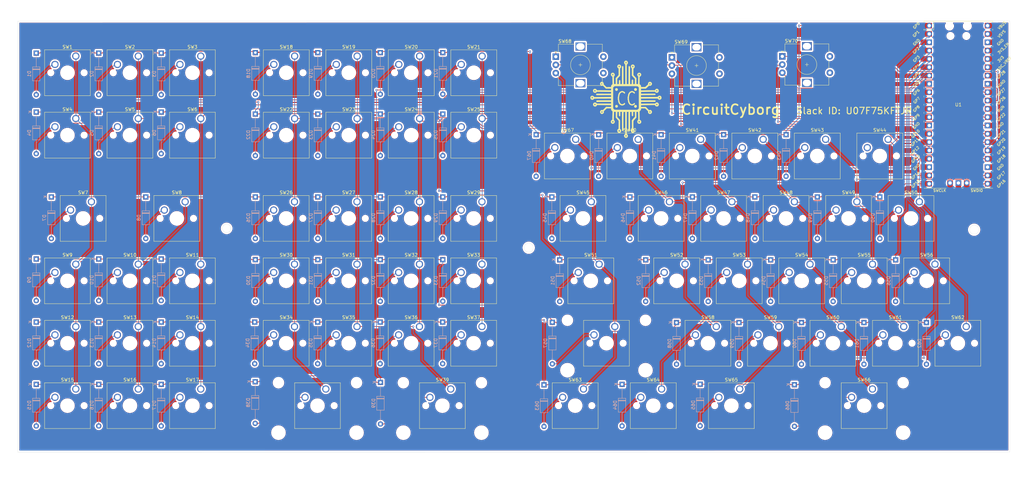
<source format=kicad_pcb>
(kicad_pcb (version 20241129) (generator "pcbnew") (generator_version "8.99")
  (title_block (date "2025-01-18") (rev "1"))
  (layers (0 "F.Cu" signal) (2 "B.Cu" signal) (13 "F.Paste" user) (15 "B.Paste" user) (5 "F.SilkS" user "F.Silkscreen") (7 "B.SilkS" user "B.Silkscreen") (1 "F.Mask" user) (3 "B.Mask" user) (25 "Edge.Cuts" user))
  (net 0 "")
  (net 1 "Net-(D1-A)")
  (net 2 "DRow0")
  (net 3 "Net-(D2-A)")
  (net 4 "Net-(D3-A)")
  (net 5 "DRow1")
  (net 6 "Net-(D5-A)")
  (net 7 "Net-(D6-A)")
  (net 8 "Net-(D7-A)")
  (net 9 "DRow2")
  (net 10 "Net-(D8-A)")
  (net 11 "DRow3")
  (net 12 "Net-(D9-A)")
  (net 13 "Net-(D10-A)")
  (net 14 "Net-(D11-A)")
  (net 15 "DRow4")
  (net 16 "Net-(D12-A)")
  (net 17 "DRow5")
  (net 18 "Net-(D13-A)")
  (net 19 "Net-(D14-A)")
  (net 20 "Net-(D15-A)")
  (net 21 "Net-(D16-A)")
  (net 22 "Net-(D17-A)")
  (net 23 "Net-(D18-A)")
  (net 24 "Net-(D19-A)")
  (net 25 "Net-(D20-A)")
  (net 26 "Net-(D21-A)")
  (net 27 "Net-(D22-A)")
  (net 28 "Net-(D23-A)")
  (net 29 "Net-(D24-A)")
  (net 30 "Net-(D25-A)")
  (net 31 "Net-(D26-A)")
  (net 32 "Net-(D27-A)")
  (net 33 "Net-(D28-A)")
  (net 34 "Net-(D29-A)")
  (net 35 "Net-(D30-A)")
  (net 36 "Net-(D31-A)")
  (net 37 "Net-(D32-A)")
  (net 38 "Net-(D33-A)")
  (net 39 "Net-(D34-A)")
  (net 40 "Net-(D35-A)")
  (net 41 "Net-(D36-A)")
  (net 42 "Net-(D37-A)")
  (net 43 "Net-(D38-A)")
  (net 44 "Net-(D39-A)")
  (net 45 "Net-(D40-A)")
  (net 46 "Net-(D41-A)")
  (net 47 "Net-(D42-A)")
  (net 48 "Net-(D43-A)")
  (net 49 "Net-(D44-A)")
  (net 50 "Net-(D45-A)")
  (net 51 "Net-(D46-A)")
  (net 52 "Net-(D47-A)")
  (net 53 "Net-(D48-A)")
  (net 54 "Net-(D49-A)")
  (net 55 "Net-(D50-A)")
  (net 56 "Net-(D51-A)")
  (net 57 "Net-(D52-A)")
  (net 58 "Net-(D53-A)")
  (net 59 "Net-(D54-A)")
  (net 60 "Net-(D55-A)")
  (net 61 "Net-(D56-A)")
  (net 62 "Net-(D57-A)")
  (net 63 "Net-(D58-A)")
  (net 64 "Net-(D59-A)")
  (net 65 "Net-(D60-A)")
  (net 66 "Net-(D61-A)")
  (net 67 "Net-(D62-A)")
  (net 68 "Net-(D63-A)")
  (net 69 "Net-(D64-A)")
  (net 70 "Net-(D65-A)")
  (net 71 "Net-(D66-A)")
  (net 72 "DCol0")
  (net 73 "DCol1")
  (net 74 "DCol2")
  (net 75 "DCol3")
  (net 76 "DCol4")
  (net 77 "DCol5")
  (net 78 "DCol6")
  (net 79 "DCol7")
  (net 80 "DCol8")
  (net 81 "DCol9")
  (net 82 "DCol10")
  (net 83 "DCol11")
  (net 84 "DCol12")
  (net 85 "Net-(D67-A)")
  (net 86 "Net-(D4-A)")
  (net 106 "E1A")
  (net 107 "E1B")
  (net 108 "GND")
  (net 109 "E2B")
  (net 111 "E2A")
  (net 115 "E3A")
  (net 116 "E3B")
  (footprint "RasPi Pico:SW_Cherry_MX_1.00u_PCB_3D Model" (layer "F.Cu") (at 69.16 119.57)
    (property "Reference" "SW13")
    (property "Value" "SW_Push")
  )
  (footprint "RasPi Pico:SW_Cherry_MX_1.00u_PCB_3D Model" (layer "F.Cu") (at 154.93 37.0225)
    (property "Reference" "SW20")
    (property "Value" "SW_Push")
  )
  (footprint "RasPi Pico:SW_Cherry_MX_1.00u_PCB_3D Model" (layer "F.Cu") (at 207.2765 81.4675)
    (property "Reference" "SW45")
    (property "Value" "SW_Push")
  )
  (footprint "RasPi Pico:SW_Cherry_MX_1.00u_PCB_3D Model" (layer "F.Cu") (at 302.526 119.5675)
    (property "Reference" "SW61")
    (property "Value" "SW_Push")
  )
  (footprint "RasPi Pico:SW_Cherry_MX_1.00u_PCB_3D Model" (layer "F.Cu") (at 154.885 119.5675)
    (property "Reference" "SW36")
    (property "Value" "SW_Push")
  )
  (footprint "Rotary_Encoder:RotaryEncoder_Alps_EC12E-Switch_Vertical_H20mm" (layer "F.Cu") (at 196.45 37.2)
    (property "Reference" "SW68")
    (property "Value" "RotaryEncoder_Switch")
  )
  (footprint "RasPi Pico:SW_Cherry_MX_1.00u_PCB_3D Model" (layer "F.Cu") (at 116.785 81.4675)
    (property "Reference" "SW26")
    (property "Value" "SW_Push")
  )
  (footprint "RasPi Pico:SW_Cherry_MX_1.00u_PCB_3D Model" (layer "F.Cu") (at 54.8725 81.47)
    (property "Reference" "SW7")
    (property "Value" "SW_Push")
  )
  (footprint "Rotary_Encoder:RotaryEncoder_Alps_EC12E-Switch_Vertical_H20mm" (layer "F.Cu") (at 265.5 37.1)
    (property "Reference" "SW70")
    (property "Value" "RotaryEncoder_Switch")
  )
  (footprint "RasPi Pico:SW_Cherry_MX_1.00u_PCB_3D Model" (layer "F.Cu") (at 50.11 100.52)
    (property "Reference" "SW9")
    (property "Value" "SW_Push")
  )
  (footprint "RasPi Pico:SW_Cherry_MX_1.00u_PCB_3D Model" (layer "F.Cu") (at 88.21 100.52)
    (property "Reference" "SW11")
    (property "Value" "SW_Push")
  )
  (footprint "RasPi Pico:SW_Cherry_MX_1.00u_PCB_3D Model" (layer "F.Cu") (at 204.8953 138.6175)
    (property "Reference" "SW63")
    (property "Value" "SW_Push")
  )
  (footprint "RasPi Pico:SW_Cherry_MX_1.00u_PCB_3D Model" (layer "F.Cu") (at 116.83 56.0725)
    (property "Reference" "SW22")
    (property "Value" "SW_Push")
  )
  (footprint "RasPi Pico:SW_Cherry_MX_1.00u_PCB_3D Model" (layer "F.Cu") (at 312.052 100.5175)
    (property "Reference" "SW56")
    (property "Value" "SW_Push")
  )
  (footprint "RasPi Pico:SW_Cherry_MX_1.00u_PCB_3D Model" (layer "F.Cu") (at 173.935 81.4675)
    (property "Reference" "SW29")
    (property "Value" "SW_Push")
  )
  (footprint "RasPi Pico:SW_Cherry_MX_1.00u_PCB_3D Model" (layer "F.Cu") (at 173.935 119.5675)
    (property "Reference" "SW37")
    (property "Value" "SW_Push")
  )
  (footprint "RasPi Pico:SW_Cherry_MX_1.00u_PCB_3D Model" (layer "F.Cu") (at 173.98 37.0225)
    (property "Reference" "SW21")
    (property "Value" "SW_Push")
  )
  (footprint "RasPi Pico:SW_Cherry_MX_1.00u_PCB_3D Model" (layer "F.Cu") (at 278.714 62.4175)
    (property "Reference" "SW43")
    (property "Value" "SW_Push")
  )
  (footprint "RasPi Pico:SW_Cherry_MX_1.00u_PCB_3D Model" (layer "F.Cu") (at 88.21 138.62)
    (property "Reference" "SW17")
    (property "Value" "SW_Push")
  )
  (footprint "Button_Switch_Keyboard:SW_Cherry_MX_2.00u_PCB" (layer "F.Cu") (at 164.42 138.62)
    (property "Reference" "SW39")
    (property "Value" "SW_Push")
  )
  (footprint "RasPi Pico:SW_Cherry_MX_1.00u_PCB_3D Model" (layer "F.Cu") (at 264.426 119.5675)
    (property "Reference" "SW59")
    (property "Value" "SW_Push")
  )
  (footprint "RasPi Pico:SW_Cherry_MX_1.00u_PCB_3D Model" (layer "F.Cu") (at 273.952 100.5175)
    (property "Reference" "SW54")
    (property "Value" "SW_Push")
  )
  (footprint "RasPi Pico:SW_Cherry_MX_1.00u_PCB_3D Model" (layer "F.Cu") (at 288.239 81.4675)
    (property "Reference" "SW49")
    (property "Value" "SW_Push")
  )
  (footprint "RasPi Pico:SW_Cherry_MX_1.00u_PCB_3D Model" (layer "F.Cu") (at 69.16 37.02)
    (property "Reference" "SW2")
    (property "Value" "SW_Push")
  )
  (footprint "RasPi Pico:SW_Cherry_MX_1.00u_PCB_3D Model" (layer "F.Cu") (at 154.885 100.5175)
    (property "Reference" "SW32")
    (property "Value" "SW_Push")
  )
  (footprint "RasPi Pico:SW_Cherry_MX_1.00u_PCB_3D Model" (layer "F.Cu") (at 173.98 56.0725)
    (property "Reference" "SW25")
    (property "Value" "SW_Push")
  )
  (footprint "RasPi Pico:SW_Cherry_MX_1.00u_PCB_3D Model" (layer "F.Cu") (at 245.376 119.5675)
    (property "Reference" "SW58")
    (property "Value" "SW_Push")
  )
  (footprint "RasPi Pico:SW_Cherry_MX_1.00u_PCB_3D Model" (layer "F.Cu") (at 293.002 100.5175)
    (property "Reference" "SW55")
    (property "Value" "SW_Push")
  )
  (footprint "RasPi Pico:SW_Cherry_MX_1.00u_PCB_3D Model" (layer "F.Cu") (at 173.935 100.5175)
    (property "Reference" "SW33")
    (property "Value" "SW_Push")
  )
  (footprint "RasPi Pico:SW_Cherry_MX_1.00u_PCB_3D Model" (layer "F.Cu") (at 297.764 62.4175)
    (property "Reference" "SW44")
    (property "Value" "SW_Push")
  )
  (footprint "RasPi Pico:SW_Cherry_MX_1.00u_PCB_3D Model" (layer "F.Cu") (at 259.664 62.4175)
    (property "Reference" "SW42")
    (property "Value" "SW_Push")
  )
  (footprint "RasPi Pico:SW_Cherry_MX_1.00u_PCB_3D Model" (layer "F.Cu") (at 116.83 37.0225)
    (property "Reference" "SW18")
    (property "Value" "SW_Push")
  )
  (footprint "RasPi Pico:SW_Cherry_MX_1.00u_PCB_3D Model" (layer "F.Cu") (at 154.93 56.0725)
    (property "Reference" "SW24")
    (property "Value" "SW_Push")
  )
  (footprint "RasPi Pico:SW_Cherry_MX_1.00u_PCB_3D Model" (layer "F.Cu") (at 116.785 100.5175)
    (property "Reference" "SW30")
    (property "Value" "SW_Push")
  )
  (footprint "RasPi Pico:SW_Cherry_MX_1.00u_PCB_3D Model" (layer "F.Cu") (at 250.139 81.4675)
    (property "Reference" "SW47")
    (property "Value" "SW_Push")
  )
  (footprint "RasPi Pico:SW_Cherry_MX_1.00u_PCB_3D Model" (layer "F.Cu") (at 50.11 37.02)
    (property "Reference" "SW1")
    (property "Value" "SW_Push")
  )
  (footprint "RasPi Pico:SW_Cherry_MX_1.00u_PCB_3D Model" (layer "F.Cu") (at 135.88 37.0225)
    (property "Reference" "SW19")
    (property "Value" "SW_Push")
  )
  (footprint "Button_Switch_Keyboard:SW_Cherry_MX_2.00u_PCB" (layer "F.Cu") (at 292.9854 138.6175)
    (property "Reference" "SW66")
    (property "Value" "SW_Push")
  )
  (footprint "RasPi Pico:SW_Cherry_MX_1.00u_PCB_3D Model" (layer "F.Cu") (at 88.21 37.02)
    (property "Reference" "SW3")
    (property "Value" "SW_Push")
  )
  (footprint "RasPi Pico:SW_Cherry_MX_1.00u_PCB_3D Model" (layer "F.Cu") (at 235.852 100.5175)
    (property "Reference" "SW52")
    (property "Value" "SW_Push")
  )
  (footprint "RasPi Pico:SW_Cherry_MX_1.00u_PCB_3D Model" (layer "F.Cu") (at 88.21 119.57)
    (property "Reference" "SW14")
    (property "Value" "SW_Push")
  )
  (footprint "RasPi Pico:SW_Cherry_MX_1.00u_PCB_3D Model" (layer "F.Cu") (at 254.902 100.5175)
    (property "Reference" "SW53")
    (property "Value" "SW_Push")
  )
  (footprint "RasPi Pico:SW_Cherry_MX_1.00u_PCB_3D Model" (layer "F.Cu") (at 83.4475 81.47)
    (property "Reference" "SW8")
    (property "Value" "SW_Push")
  )
  (footprint "Button_Switch_Keyboard:SW_Cherry_MX_2.00u_PCB" (layer "F.Cu") (at 214.44 119.5625)
    (property "Reference" "SW57" (hide yes))
    (property "Value" "SW_Push")
  )
  (footprint "RasPi Pico:SW_Cherry_MX_1.00u_PCB_3D Model" (layer "F.Cu") (at 69.16 138.62)
    (property "Reference" "SW16")
    (property "Value" "SW_Push")
  )
  (footprint "RasPi Pico:SW_Cherry_MX_1.00u_PCB_3D Model" (layer "F.Cu") (at 88.21 56.07)
    (property "Reference" "SW6")
    (property "Value" "SW_Push")
  )
  (footprint "RasPi Pico:SW_Cherry_MX_1.00u_PCB_3D Model" (layer "F.Cu") (at 252.5193 138.6175)
    (property "Reference" "SW65")
    (property "Value" "SW_Push")
  )
  (footprint "RasPi Pico:SW_Cherry_MX_1.00u_PCB_3D Model" (layer "F.Cu") (at 269.189 81.4675)
    (property "Reference" "SW48")
    (property "Value" "SW_Push")
  )
  (footprint "RasPi Pico:SW_Cherry_MX_1.00u_PCB_3D Model" (layer "F.Cu") (at 228.7073 138.6175)
    (property "Reference" "SW64")
    (property "Value" "SW_Push")
  )
  (footprint "RasPi Pico:SW_Cherry_MX_1.00u_PCB_3D Model" (layer "F.Cu") (at 240.614 62.4175)
    (property "Reference" "SW41")
    (property "Value" "SW_Push")
  )
  (footprint "RasPi Pico:SW_Cherry_MX_1.00u_PCB_3D Model" (layer "F.Cu") (at 50.11 56.07)
    (property "Reference" "SW4")
    (property "Value" "SW_Push")
  )
  (footprint "RasPi Pico:SW_Cherry_MX_1.00u_PCB_3D Model" (layer "F.Cu") (at 69.16 100.52)
    (property "Reference" "SW10")
    (property "Value" "SW_Push")
  )
  (footprint "RasPi Pico:SW_Cherry_MX_1.00u_PCB_3D Model" (layer "F.Cu") (at 283.476 119.5675)
    (property "Reference" "SW60")
    (property "Value" "SW_Push")
  )
  (footprint "Rotary_Encoder:RotaryEncoder_Alps_EC12E-Switch_Vertical_H20mm" (layer "F.Cu") (at 231.85 37.4)
    (property "Reference" "SW69")
    (property "Value" "RotaryEncoder_Switch")
  )
  (footprint "RasPi Pico:SW_Cherry_MX_1.00u_PCB_3D Model" (layer "F.Cu") (at 202.514 62.4175)
    (property "Reference" "SW67")
    (property "Value" "SW_Push")
  )
  (footprint "CircuitCyborg LOGOS:CircuitCyborg Logo" (layer "F.Cu") (at 218.2 50.3)
    (property "Reference" "G***" (hide yes))
    (property "Value" "LOGO" (hide yes))
  )
  (footprint "RasPi Pico:SW_Cherry_MX_1.00u_PCB_3D Model" (layer "F.Cu") (at 135.835 81.4675)
    (property "Reference" "SW27")
    (property "Value" "SW_Push")
  )
  (footprint "RasPi Pico:SW_Cherry_MX_1.00u_PCB_3D Model" (layer "F.Cu") (at 135.835 119.5675)
    (property "Reference" "SW35")
    (property "Value" "SW_Push")
  )
  (footprint "RasPi Pico:SW_Cherry_MX_1.00u_PCB_3D Model" (layer "F.Cu") (at 321.576 119.5675)
    (property "Reference" "SW62")
    (property "Value" "SW_Push")
  )
  (footprint "RasPi Pico:SW_Cherry_MX_1.00u_PCB_3D Model" (layer "F.Cu") (at 69.16 56.07)
    (property "Reference" "SW5")
    (property "Value" "SW_Push")
  )
  (footprint "RasPi Pico:SW_Cherry_MX_1.00u_PCB_3D Model" (layer "F.Cu") (at 221.564 62.4175)
    (property "Reference" "SW40")
    (property "Value" "SW_Push")
  )
  (footprint "RasPi Pico:SW_Cherry_MX_1.00u_PCB_3D Model" (layer "F.Cu") (at 116.785 119.5675)
    (property "Reference" "SW34")
    (property "Value" "SW_Push")
  )
  (footprint "RasPi Pico:SW_Cherry_MX_1.00u_PCB_3D Model" (layer "F.Cu") (at 231.089 81.4675)
    (property "Reference" "SW46")
    (property "Value" "SW_Push")
  )
  (footprint "RasPi Pico:SW_Cherry_MX_1.00u_PCB_3D Model" (layer "F.Cu") (at 135.88 56.0725)
    (property "Reference" "SW23")
    (property "Value" "SW_Push")
  )
  (footprint "RasPi Pico:SW_Cherry_MX_1.00u_PCB_3D Model" (layer "F.Cu") (at 50.11 119.57)
    (property "Reference" "SW12")
    (property "Value" "SW_Push")
  )
  (footprint "RasPi Pico:SW_Cherry_MX_1.00u_PCB_3D Model" (layer "F.Cu") (at 50.11 138.62)
    (property "Reference" "SW15")
    (property "Value" "SW_Push")
  )
  (footprint "RasPi Pico:RPi_Pico_SMD_TH" (layer "F.Cu") (at 319.19 51.85)
    (property "Reference" "U1")
    (property "Value" "Pico")
  )
  (footprint "RasPi Pico:SW_Cherry_MX_1.00u_PCB_3D Model" (layer "F.Cu") (at 307.289 81.4675)
    (property "Reference" "SW50")
    (property "Value" "SW_Push")
  )
  (footprint "RasPi Pico:SW_Cherry_MX_1.00u_PCB_3D Model" (layer "F.Cu") (at 209.658 100.5175)
    (property "Reference" "SW51")
    (property "Value" "SW_Push")
  )
  (footprint "Button_Switch_Keyboard:SW_Cherry_MX_2.00u_PCB" (layer "F.Cu") (at 126.34 138.62)
    (property "Reference" "SW38" (hide yes))
    (property "Value" "SW_Push")
  )
  (footprint "RasPi Pico:SW_Cherry_MX_1.00u_PCB_3D Model" (layer "F.Cu") (at 154.885 81.4675)
    (property "Reference" "SW28")
    (property "Value" "SW_Push")
  )
  (footprint "RasPi Pico:SW_Cherry_MX_1.00u_PCB_3D Model" (layer "F.Cu") (at 135.835 100.5175)
    (property "Reference" "SW31")
    (property "Value" "SW_Push")
  )
  (footprint "Diode_THT:D_DO-35_SOD27_P12.70mm_Horizontal" (layer "B.Cu") (at 57.1 118.2 -90)
    (property "Reference" "D13")
    (property "Value" "D")
  )
  (footprint "Diode_THT:D_DO-35_SOD27_P12.70mm_Horizontal" (layer "B.Cu") (at 76.15 36.1 -90)
    (property "Reference" "D3")
    (property "Value" "D")
  )
  (footprint "Diode_THT:D_DO-35_SOD27_P12.70mm_Horizontal" (layer "B.Cu") (at 123.9 99.15 -90)
    (property "Reference" "D31")
    (property "Value" "D")
  )
  (footprint "Diode_THT:D_DO-35_SOD27_P12.70mm_Horizontal" (layer "B.Cu") (at 42.65 80 -90)
    (property "Reference" "D7")
    (property "Value" "D")
  )
  (footprint "Diode_THT:D_DO-35_SOD27_P12.70mm_Horizontal" (layer "B.Cu") (at 223.85 99.2 -90)
    (property "Reference" "D52")
    (property "Value" "D")
  )
  (footprint "Diode_THT:D_DO-35_SOD27_P12.70mm_Horizontal" (layer "B.Cu") (at 71.45 80 -90)
    (property "Reference" "D8")
    (property "Value" "D")
  )
  (footprint "Diode_THT:D_DO-35_SOD27_P12.70mm_Horizontal" (layer "B.Cu") (at 38.05 137.2 -90)
    (property "Reference" "D15")
    (property "Value" "D")
  )
  (footprint "Diode_THT:D_DO-35_SOD27_P12.70mm_Horizontal" (layer "B.Cu") (at 216.65 137.2 -90)
    (property "Reference" "D64")
    (property "Value" "D")
  )
  (footprint "Diode_THT:D_DO-35_SOD27_P12.70mm_Horizontal" (layer "B.Cu") (at 197.65 99.2 -90)
    (property "Reference" "D51")
    (property "Value" "D")
  )
  (footprint "Diode_THT:D_DO-35_SOD27_P12.70mm_Horizontal" (layer "B.Cu") (at 195.4 118.25 -90)
    (property "Reference" "D57")
    (property "Value" "D")
  )
  (footprint "Diode_THT:D_DO-35_SOD27_P12.70mm_Horizontal" (layer "B.Cu") (at 300.05 99.2 -90)
    (property "Reference" "D56")
    (property "Value" "D")
  )
  (footprint "Diode_THT:D_DO-35_SOD27_P12.70mm_Horizontal" (layer "B.Cu") (at 233.25 118.35 -90)
    (property "Reference" "D58")
    (property "Value" "D")
  )
  (footprint "Diode_THT:D_DO-35_SOD27_P12.70mm_Horizontal" (layer "B.Cu") (at 195.25 80 -90)
    (property "Reference" "D45")
    (property "Value" "D")
  )
  (footprint "Diode_THT:D_DO-35_SOD27_P12.70mm_Horizontal" (layer "B.Cu") (at 57.1 98.95 -90)
    (property "Reference" "D10")
    (property "Value" "D")
  )
  (footprint "Diode_THT:D_DO-35_SOD27_P12.70mm_Horizontal" (layer "B.Cu") (at 104.65 118.2 -90)
    (property "Reference" "D34")
    (property "Value" "D")
  )
  (footprint "Diode_THT:D_DO-35_SOD27_P12.70mm_Horizontal" (layer "B.Cu") (at 57.1 137.2 -90)
    (property "Reference" "D16")
    (property "Value" "D")
  )
  (footprint "Diode_THT:D_DO-35_SOD27_P12.70mm_Horizontal" (layer "B.Cu") (at 142.9 118.2 -90)
    (property "Reference" "D36")
    (property "Value" "D")
  )
  (footprint "Diode_THT:D_DO-35_SOD27_P12.70mm_Horizontal" (layer "B.Cu") (at 104.85 54.7 -90)
    (property "Reference" "D22")
    (property "Value" "D")
  )
  (footprint "Diode_THT:D_DO-35_SOD27_P12.70mm_Horizontal" (layer "B.Cu") (at 38.05 36.1 -90)
    (property "Reference" "D1")
    (property "Value" "D")
  )
  (footprint "Diode_THT:D_DO-35_SOD27_P12.70mm_Horizontal" (layer "B.Cu") (at 290.4 118.35 -90)
    (property "Reference" "D61")
    (property "Value" "D")
  )
  (footprint "Diode_THT:D_DO-35_SOD27_P12.70mm_Horizontal" (layer "B.Cu") (at 219.05 80 -90)
    (property "Reference" "D46")
    (property "Value" "D")
  )
  (footprint "Diode_THT:D_DO-35_SOD27_P12.70mm_Horizontal" (layer "B.Cu") (at 104.85 99.15 -90)
    (property "Reference" "D30")
    (property "Value" "D")
  )
  (footprint "Diode_THT:D_DO-35_SOD27_P12.70mm_Horizontal" (layer "B.Cu") (at 162 35.95 -90)
    (property "Reference" "D21")
    (property "Value" "D")
  )
  (footprint "Diode_THT:D_DO-35_SOD27_P12.70mm_Horizontal" (layer "B.Cu") (at 76.15 98.95 -90)
    (property "Reference" "D11")
    (property "Value" "D")
  )
  (footprint "Diode_THT:D_DO-35_SOD27_P12.70mm_Horizontal" (layer "B.Cu") (at 252.3 118.35 -90)
    (property "Reference" "D59")
    (property "Value" "D")
  )
  (footprint "Diode_THT:D_DO-35_SOD27_P12.70mm_Horizontal" (layer "B.Cu") (at 104.85 80 -90)
    (property "Reference" "D26")
    (property "Value" "D")
  )
  (footprint "Diode_THT:D_DO-35_SOD27_P12.70mm_Horizontal" (layer "B.Cu") (at 192.85 137.35 -90)
    (property "Reference" "D63")
    (property "Value" "D")
  )
  (footprint "Diode_THT:D_DO-35_SOD27_P12.70mm_Horizontal" (layer "B.Cu") (at 104.8 136.4 -90)
    (property "Reference" "D38")
    (property "Value" "D")
  )
  (footprint "Diode_THT:D_DO-35_SOD27_P12.70mm_Horizontal" (layer "B.Cu") (at 57.1 54.1 -90)
    (property "Reference" "D5")
    (property "Value" "D")
  )
  (footprint "Diode_THT:D_DO-35_SOD27_P12.70mm_Horizontal" (layer "B.Cu") (at 281 99.2 -90)
    (property "Reference" "D55")
    (property "Value" "D")
  )
  (footprint "Diode_THT:D_DO-35_SOD27_P12.70mm_Horizontal" (layer "B.Cu") (at 142.95 54.7 -90)
    (property "Reference" "D24")
    (property "Value" "D")
  )
  (footprint "Diode_THT:D_DO-35_SOD27_P12.70mm_Horizontal" (layer "B.Cu") (at 271.35 118.35 -90)
    (property "Reference" "D60")
    (property "Value" "D")
  )
  (footprint "Diode_THT:D_DO-35_SOD27_P12.70mm_Horizontal" (layer "B.Cu") (at 161.95 118.2 -90)
    (property "Reference" "D37")
    (property "Value" "D")
  )
  (footprint "Diode_THT:D_DO-35_SOD27_P12.70mm_Horizontal" (layer "B.Cu") (at 57.1 36.1 -90)
    (property "Reference" "D2")
    (property "Value" "D")
  )
  (footprint "Diode_THT:D_DO-35_SOD27_P12.70mm_Horizontal" (layer "B.Cu") (at 38.05 118.2 -90)
    (property "Reference" "D12")
    (property "Value" "D")
  )
  (footprint "Diode_THT:D_DO-35_SOD27_P12.70mm_Horizontal" (layer "B.Cu") (at 76.15 118.2 -90)
    (property "Reference" "D14")
    (property "Value" "D")
  )
  (footprint "Diode_THT:D_DO-35_SOD27_P12.70mm_Horizontal" (layer "B.Cu") (at 38.05 98.95 -90)
    (property "Reference" "D9")
    (property "Value" "D")
  )
  (footprint "Diode_THT:D_DO-35_SOD27_P12.70mm_Horizontal" (layer "B.Cu") (at 162 99.15 -90)
    (property "Reference" "D33")
    (property "Value" "D")
  )
  (footprint "Diode_THT:D_DO-35_SOD27_P12.70mm_Horizontal" (layer "B.Cu") (at 190.45 61 -90)
    (property "Reference" "D67")
    (property "Value" "D")
  )
  (footprint "Diode_THT:D_DO-35_SOD27_P12.70mm_Horizontal" (layer "B.Cu") (at 162 80 -90)
    (property "Reference" "D29")
    (property "Value" "D")
  )
  (footprint "Diode_THT:D_DO-35_SOD27_P12.70mm_Horizontal" (layer "B.Cu") (at 123.9 80 -90)
    (property "Reference" "D27")
    (property "Value" "D")
  )
  (footprint "Diode_THT:D_DO-35_SOD27_P12.70mm_Horizontal" (layer "B.Cu") (at 209.5 61 -90)
    (property "Reference" "D40")
    (property "Value" "D")
  )
  (footprint "Diode_THT:D_DO-35_SOD27_P12.70mm_Horizontal" (layer "B.Cu") (at 123.9 54.7 -90)
    (property "Reference" "D23")
    (property "Value" "D")
  )
  (footprint "Diode_THT:D_DO-35_SOD27_P12.70mm_Horizontal" (layer "B.Cu") (at 228.55 61 -90)
    (property "Reference" "D41")
    (property "Value" "D")
  )
  (footprint "Diode_THT:D_DO-35_SOD27_P12.70mm_Horizontal" (layer "B.Cu") (at 123.85 118.2 -90)
    (property "Reference" "D35")
    (property "Value" "D")
  )
  (footprint "Diode_THT:D_DO-35_SOD27_P12.70mm_Horizontal" (layer "B.Cu") (at 142.95 35.95 -90)
    (property "Reference" "D20")
    (property "Value" "D")
  )
  (footprint "Diode_THT:D_DO-35_SOD27_P12.70mm_Horizontal" (layer "B.Cu") (at 238.1 80 -90)
    (property "Reference" "D47")
    (property "Value" "D")
  )
  (footprint "Diode_THT:D_DO-35_SOD27_P12.70mm_Horizontal" (layer "B.Cu") (at 143 136.6 -90)
    (property "Reference" "D39")
    (property "Value" "D")
  )
  (footprint "Diode_THT:D_DO-35_SOD27_P12.70mm_Horizontal" (layer "B.Cu") (at 142.95 80 -90)
    (property "Reference" "D28")
    (property "Value" "D")
  )
  (footprint "Diode_THT:D_DO-35_SOD27_P12.70mm_Horizontal" (layer "B.Cu") (at 269.2 137.3 -90)
    (property "Reference" "D66")
    (property "Value" "D")
  )
  (footprint "Diode_THT:D_DO-35_SOD27_P12.70mm_Horizontal" (layer "B.Cu") (at 240.45 137.15 -90)
    (property "Reference" "D65")
    (property "Value" "D")
  )
  (footprint "Diode_THT:D_DO-35_SOD27_P12.70mm_Horizontal" (layer "B.Cu") (at 247.6 61 -90)
    (property "Reference" "D42")
    (property "Value" "D")
  )
  (footprint "Diode_THT:D_DO-35_SOD27_P12.70mm_Horizontal" (layer "B.Cu") (at 295.25 80 -90)
    (property "Reference" "D50")
    (property "Value" "D")
  )
  (footprint "Diode_THT:D_DO-35_SOD27_P12.70mm_Horizontal" (layer "B.Cu") (at 104.85 35.95 -90)
    (property "Reference" "D18")
    (property "Value" "D")
  )
  (footprint "Diode_THT:D_DO-35_SOD27_P12.70mm_Horizontal" (layer "B.Cu") (at 276.2 80 -90)
    (property "Reference" "D49")
    (property "Value" "D")
  )
  (footprint "Diode_THT:D_DO-35_SOD27_P12.70mm_Horizontal" (layer "B.Cu") (at 242.9 99.2 -90)
    (property "Reference" "D53")
    (property "Value" "D")
  )
  (footprint "Diode_THT:D_DO-35_SOD27_P12.70mm_Horizontal" (layer "B.Cu") (at 142.95 99.15 -90)
    (property "Reference" "D32")
    (property "Value" "D")
  )
  (footprint "Diode_THT:D_DO-35_SOD27_P12.70mm_Horizontal" (layer "B.Cu") (at 162 54.7 -90)
    (property "Reference" "D25")
    (property "Value" "D")
  )
  (footprint "Diode_THT:D_DO-35_SOD27_P12.70mm_Horizontal" (layer "B.Cu") (at 76.15 54.1 -90)
    (property "Reference" "D6")
    (property "Value" "D")
  )
  (footprint "Diode_THT:D_DO-35_SOD27_P12.70mm_Horizontal" (layer "B.Cu") (at 76.15 137.2 -90)
    (property "Reference" "D17")
    (property "Value" "D")
  )
  (footprint "Diode_THT:D_DO-35_SOD27_P12.70mm_Horizontal" (layer "B.Cu") (at 38.05 54.1 -90)
    (property "Reference" "D4")
    (property "Value" "D")
  )
  (footprint "Diode_THT:D_DO-35_SOD27_P12.70mm_Horizontal" (layer "B.Cu") (at 309.45 118.35 -90)
    (property "Reference" "D62")
    (property "Value" "D")
  )
  (footprint "Diode_THT:D_DO-35_SOD27_P12.70mm_Horizontal" (layer "B.Cu") (at 123.9 35.95 -90)
    (property "Reference" "D19")
    (property "Value" "D")
  )
  (footprint "Diode_THT:D_DO-35_SOD27_P12.70mm_Horizontal" (layer "B.Cu") (at 257.15 80 -90)
    (property "Reference" "D48")
    (property "Value" "D")
  )
  (footprint "Diode_THT:D_DO-35_SOD27_P12.70mm_Horizontal" (layer "B.Cu") (at 261.95 99.2 -90)
    (property "Reference" "D54")
    (property "Value" "D")
  )
  (footprint "Diode_THT:D_DO-35_SOD27_P12.70mm_Horizontal" (layer "B.Cu") (at 266.65 61 -90)
    (property "Reference" "D43")
    (property "Value" "D")
  )
  (gr_line (start 32.406094 157.89497) (end 334.9 157.85) (stroke (width 0.05)) (layer "Edge.Cuts"))
  (gr_circle (center 96.1 89.6) (end 96.1 88.3) (stroke (width 0.05)) (fill no) (layer "Edge.Cuts"))
  (gr_line (start 334.9 157.85) (end 334.9 26.3) (stroke (width 0.05)) (layer "Edge.Cuts"))
  (gr_line (start 32.406094 157.89497) (end 32.406094 26.35) (stroke (width 0.05)) (layer "Edge.Cuts"))
  (gr_circle (center 324 90) (end 324 88.6) (stroke (width 0.05)) (fill no) (layer "Edge.Cuts"))
  (gr_line (start 334.9 26.3) (end 32.406094 26.35) (stroke (width 0.05)) (layer "Edge.Cuts"))
  (gr_circle (center 188.2 95.5) (end 188.2 94.1) (stroke (width 0.05)) (fill no) (layer "Edge.Cuts"))
  (gr_text "CircuitCyborg" (at 234.4 55.1 0) (layer "F.SilkS") (effects (font (size 3 3) (thickness 0.5) (bold yes)) (justify left bottom)))
  (gr_text "Slack ID: U07F75KFTJR" (at 269.6 54.9 0) (layer "F.SilkS") (effects (font (size 2 2) (thickness 0.3)) (justify left bottom)))
  (segment (start 38.05 44.4751) (end 42.9651 39.56) (width 0.2) (layer "B.Cu") (net 1))
  (segment (start 42.9651 39.56) (end 43.76 39.56) (width 0.2) (layer "B.Cu") (net 1))
  (segment (start 38.05 48.8) (end 38.05 44.4751) (width 0.2) (layer "B.Cu") (net 1))
  (segment (start 228.95 60.6) (end 228.55 61) (width 0.2) (layer "F.Cu") (net 2))
  (segment (start 141.8483 35.95) (end 141.8483 35.6208) (width 0.2) (layer "F.Cu") (net 2))
  (segment (start 123.9 35.95) (end 122.7983 35.95) (width 0.2) (layer "F.Cu") (net 2))
  (segment (start 209 60.5) (end 199.192143 60.5) (width 0.2) (layer "F.Cu") (net 2))
  (segment (start 105.6215 35.6198) (end 90.3895 35.6198) (width 0.2) (layer "F.Cu") (net 2))
  (segment (start 104.85 35.95) (end 105.9517 35.95) (width 0.2) (layer "F.Cu") (net 2))
  (segment (start 105.9517 35.95) (end 105.6215 35.6198) (width 0.2) (layer "F.Cu") (net 2))
  (segment (start 198.480457 60.5) (end 190.95 60.5) (width 0.2) (layer "F.Cu") (net 2))
  (segment (start 105.9517 35.95) (end 106.2809 35.6208) (width 0.2) (layer "F.Cu") (net 2))
  (segment (start 160.5691 35.6208) (end 141.8483 35.6208) (width 0.2) (layer "F.Cu") (net 2))
  (segment (start 122.7983 35.95) (end 122.7983 35.6208) (width 0.2) (layer "F.Cu") (net 2))
  (segment (start 77.7942 35.5575) (end 77.2517 36.1) (width 0.2) (layer "F.Cu") (net 2))
  (segment (start 198.587357 60.6069) (end 198.480457 60.5) (width 0.2) (layer "F.Cu") (net 2))
  (segment (start 142.3992 35.95) (end 141.8483 35.95) (width 0.2) (layer "F.Cu") (net 2))
  (segment (start 199.085243 60.6069) (end 198.587357 60.6069) (width 0.2) (layer "F.Cu") (net 2))
  (segment (start 228.55 61) (end 228.05 60.5) (width 0.2) (layer "F.Cu") (net 2))
  (segment (start 141.8483 35.6208) (end 122.7983 35.6208) (width 0.2) (layer "F.Cu") (net 2))
  (segment (start 76.15 36.1) (end 77.2517 36.1) (width 0.2) (layer "F.Cu") (net 2))
  (segment (start 160.8983 35.95) (end 160.5691 35.6208) (width 0.2) (layer "F.Cu") (net 2))
  (segment (start 57.1 36.1) (end 55.9983 36.1) (width 0.2) (layer "F.Cu") (net 2))
  (segment (start 210 60.5) (end 209.5 61) (width 0.2) (layer "F.Cu") (net 2))
  (segment (start 57.1 36.1) (end 58.2017 36.1) (width 0.2) (layer "F.Cu") (net 2))
  (segment (start 74.5279 35.5796) (end 75.0483 36.1) (width 0.2) (layer "F.Cu") (net 2))
  (segment (start 190.95 60.5) (end 190.45 61) (width 0.2) (layer "F.Cu") (net 2))
  (segment (start 106.2809 35.6208) (end 122.7983 35.6208) (width 0.2) (layer "F.Cu") (net 2))
  (segment (start 266.65 61) (end 247.6 61) (width 0.2) (layer "F.Cu") (net 2))
  (segment (start 199.192143 60.5) (end 199.085243 60.6069) (width 0.2) (layer "F.Cu") (net 2))
  (segment (start 55.5166 35.6183) (end 55.9983 36.1) (width 0.2) (layer "F.Cu") (net 2))
  (segment (start 90.3272 35.5575) (end 77.7942 35.5575) (width 0.2) (layer "F.Cu") (net 2))
  (segment (start 90.3895 35.6198) (end 90.3272 35.5575) (width 0.2) (layer "F.Cu") (net 2))
  (segment (start 58.7221 35.5796) (end 74.5279 35.5796) (width 0.2) (layer "F.Cu") (net 2))
  (segment (start 58.2017 36.1) (end 58.7221 35.5796) (width 0.2) (layer "F.Cu") (net 2))
  (segment (start 163.4412 35.6105) (end 163.1017 35.95) (width 0.2) (layer "F.Cu") (net 2))
  (segment (start 162 35.95) (end 160.8983 35.95) (width 0.2) (layer "F.Cu") (net 2))
  (segment (start 38.05 36.1) (end 39.1517 36.1) (width 0.2) (layer "F.Cu") (net 2))
  (segment (start 39.1517 36.1) (end 39.6334 35.6183) (width 0.2) (layer "F.Cu") (net 2))
  (segment (start 188.5778 35.6105) (end 163.4412 35.6105) (width 0.2) (layer "F.Cu") (net 2))
  (segment (start 76.15 36.1) (end 75.0483 36.1) (width 0.2) (layer "F.Cu") (net 2))
  (segment (start 247.2 60.6) (end 228.95 60.6) (width 0.2) (layer "F.Cu") (net 2))
  (segment (start 228.05 60.5) (end 210 60.5) (width 0.2) (layer "F.Cu") (net 2))
  (segment (start 162 35.95) (end 163.1017 35.95) (width 0.2) (layer "F.Cu") (net 2))
  (segment (start 247.6 61) (end 247.2 60.6) (width 0.2) (layer "F.Cu") (net 2))
  (segment (start 310.3 27.72) (end 270.6043 27.72) (width 0.2) (layer "F.Cu") (net 2))
  (segment (start 209.5 61) (end 209 60.5) (width 0.2) (layer "F.Cu") (net 2))
  (segment (start 142.3992 35.95) (end 142.95 35.95) (width 0.2) (layer "F.Cu") (net 2))
  (segment (start 39.6334 35.6183) (end 55.5166 35.6183) (width 0.2) (layer "F.Cu") (net 2))
  (via (at 270.6043 27.72) (size 0.6) (drill 0.3) (layers "F.Cu" "B.Cu") (net 2))
  (via (at 188.5778 35.6105) (size 0.6) (drill 0.3) (layers "F.Cu" "B.Cu") (net 2))
  (segment (start 188.5778 58.0261) (end 188.5778 35.6105) (width 0.2) (layer "B.Cu") (net 2))
  (segment (start 266.65 61) (end 266.65 59.8983) (width 0.2) (layer "B.Cu") (net 2))
  (segment (start 266.65 59.8983) (end 270.6043 55.944) (width 0.2) (layer "B.Cu") (net 2))
  (segment (start 270.6043 55.944) (end 270.6043 27.72) (width 0.2) (layer "B.Cu") (net 2))
  (segment (start 190.45 59.8983) (end 188.5778 58.0261) (width 0.2) (layer "B.Cu") (net 2))
  (segment (start 190.45 61) (end 190.45 59.8983) (width 0.2) (layer "B.Cu") (net 2))
  (segment (start 62.0509 39.56) (end 62.81 39.56) (width 0.2) (layer "B.Cu") (net 3))
  (segment (start 57.1 44.5109) (end 62.0509 39.56) (width 0.2) (layer "B.Cu") (net 3))
  (segment (start 57.1 48.8) (end 57.1 44.5109) (width 0.2) (layer "B.Cu") (net 3))
  (segment (start 81.1009 39.56) (end 81.86 39.56) (width 0.2) (layer "B.Cu") (net 4))
  (segment (start 76.15 44.5109) (end 81.1009 39.56) (width 0.2) (layer "B.Cu") (net 4))
  (segment (start 76.15 48.8) (end 76.15 44.5109) (width 0.2) (layer "B.Cu") (net 4))
  (segment (start 44.1265 54.1) (end 47.5124 57.4859) (width 0.2) (layer "F.Cu") (net 5))
  (segment (start 38.05 54.1) (end 44.1265 54.1) (width 0.2) (layer "F.Cu") (net 5))
  (segment (start 258.6534 79.5983) (end 258.2517 80) (width 0.2) (layer "F.Cu") (net 5))
  (segment (start 257.15 80) (end 258.2517 80) (width 0.2) (layer "F.Cu") (net 5))
  (segment (start 295.25 80) (end 294.1483 80) (width 0.2) (layer "F.Cu") (net 5))
  (segment (start 276.2 80) (end 275.0983 80) (width 0.2) (layer "F.Cu") (net 5))
  (segment (start 47.5124 57.4859) (end 52.6124 57.4859) (width 0.2) (layer "F.Cu") (net 5))
  (segment (start 125.4953 54.2064) (end 125.0017 54.7) (width 0.2) (layer "F.Cu") (net 5))
  (segment (start 274.6966 79.5983) (end 258.6534 79.5983) (width 0.2) (layer "F.Cu") (net 5))
  (segment (start 293.7466 79.5983) (end 277.7034 79.5983) (width 0.2) (layer "F.Cu") (net 5))
  (segment (start 238.1 80) (end 219.05 80) (width 0.2) (layer "F.Cu") (net 5))
  (segment (start 277.7034 79.5983) (end 277.3017 80) (width 0.2) (layer "F.Cu") (net 5))
  (segment (start 143.5009 54.7) (end 143.0073 54.2064) (width 0.2) (layer "F.Cu") (net 5))
  (segment (start 143.5009 54.7) (end 144.0517 54.7) (width 0.2) (layer "F.Cu") (net 5))
  (segment (start 192.3079 78.1596) (end 160.8556 78.1596) (width 0.2) (layer "F.Cu") (net 5))
  (segment (start 76.15 54.1) (end 77.2517 54.1) (width 0.2) (layer "F.Cu") (net 5))
  (segment (start 219.05 80) (end 195.25 80) (width 0.2) (layer "F.Cu") (net 5))
  (segment (start 257.15 80) (end 238.1 80) (width 0.2) (layer "F.Cu") (net 5))
  (segment (start 104.85 54.7) (end 105.9517 54.7) (width 0.2) (layer "F.Cu") (net 5))
  (segment (start 57.1 54.1) (end 76.15 54.1) (width 0.2) (layer "F.Cu") (net 5))
  (segment (start 122.7064 54.6081) (end 106.0436 54.6081) (width 0.2) (layer "F.Cu") (net 5))
  (segment (start 105.7326 51.0558) (end 80.2959 51.0558) (width 0.2) (layer "F.Cu") (net 5))
  (segment (start 162 54.7) (end 160.8983 54.7) (width 0.2) (layer "F.Cu") (net 5))
  (segment (start 52.6124 57.4859) (end 55.9983 54.1) (width 0.2) (layer "F.Cu") (net 5))
  (segment (start 194.1483 80) (end 192.3079 78.1596) (width 0.2) (layer "F.Cu") (net 5))
  (segment (start 275.0983 80) (end 274.6966 79.5983) (width 0.2) (layer "F.Cu") (net 5))
  (segment (start 80.2959 51.0558) (end 77.2517 54.1) (width 0.2) (layer "F.Cu") (net 5))
  (segment (start 195.25 80) (end 194.1483 80) (width 0.2) (layer "F.Cu") (net 5))
  (segment (start 123.9 54.7) (end 125.0017 54.7) (width 0.2) (layer "F.Cu") (net 5))
  (segment (start 294.1483 80) (end 293.7466 79.5983) (width 0.2) (layer "F.Cu") (net 5))
  (segment (start 160.8983 54.7) (end 160.0027 53.8044) (width 0.2) (layer "F.Cu") (net 5))
  (segment (start 144.9473 53.8044) (end 144.0517 54.7) (width 0.2) (layer "F.Cu") (net 5))
  (segment (start 160.0027 53.8044) (end 144.9473 53.8044) (width 0.2) (layer "F.Cu") (net 5))
  (segment (start 106.0436 54.6081) (end 105.9517 54.7) (width 0.2) (layer "F.Cu") (net 5))
  (segment (start 123.9 54.7) (end 122.7983 54.7) (width 0.2) (layer "F.Cu") (net 5))
  (segment (start 122.7983 54.7) (end 122.7064 54.6081) (width 0.2) (layer "F.Cu") (net 5))
  (segment (start 142.95 54.7) (end 143.5009 54.7) (width 0.2) (layer "F.Cu") (net 5))
  (segment (start 143.0073 54.2064) (end 125.4953 54.2064) (width 0.2) (layer "F.Cu") (net 5))
  (segment (start 57.1 54.1) (end 55.9983 54.1) (width 0.2) (layer "F.Cu") (net 5))
  (segment (start 276.2 80) (end 277.3017 80) (width 0.2) (layer "F.Cu") (net 5))
  (via (at 105.7326 51.0558) (size 0.6) (drill 0.3) (layers "F.Cu" "B.Cu") (net 5))
  (via (at 160.8556 78.1596) (size 0.6) (drill 0.3) (layers "F.Cu" "B.Cu") (net 5))
  (segment (start 104.85 54.7) (end 104.85 53.5983) (width 0.2) (layer "B.Cu") (net 5))
  (segment (start 298.5772 75.5711) (end 295.25 78.8983) (width 0.2) (layer "B.Cu") (net 5))
  (segment (start 105.7326 52.7157) (end 105.7326 51.0558) (width 0.2) (layer "B.Cu") (net 5))
  (segment (start 160.8556 56.9461) (end 160.8556 78.1596) (width 0.2) (layer "B.Cu") (net 5))
  (segment (start 310.3 31.4117) (end 309.5082 31.4117) (width 0.2) (layer "B.Cu") (net 5))
  (segment (start 310.3 30.26) (end 310.3 31.4117) (width 0.2) (layer "B.Cu") (net 5))
  (segment (start 298.5772 64.1444) (end 298.5772 75.5711) (width 0.2) (layer "B.Cu") (net 5))
  (segment (start 162 55.8017) (end 160.8556 56.9461) (width 0.2) (layer "B.Cu") (net 5))
  (segment (start 162 54.7) (end 162 55.8017) (width 0.2) (layer "B.Cu") (net 5))
  (segment (start 300.5907 62.1309) (end 298.5772 64.1444) (width 0.2) (layer "B.Cu") (net 5))
  (segment (start 309.5082 31.4117) (end 300.5907 40.3292) (width 0.2) (layer "B.Cu") (net 5))
  (segment (start 300.5907 40.3292) (end 300.5907 62.1309) (width 0.2) (layer "B.Cu") (net 5))
  (segment (start 295.25 80) (end 295.25 78.8983) (width 0.2) (layer "B.Cu") (net 5))
  (segment (start 104.85 53.5983) (end 105.7326 52.7157) (width 0.2) (layer "B.Cu") (net 5))
  (segment (start 57.1 63.5609) (end 62.0509 58.61) (width 0.2) (layer "B.Cu") (net 6))
  (segment (start 62.0509 58.61) (end 62.81 58.61) (width 0.2) (layer "B.Cu") (net 6))
  (segment (start 57.1 66.8) (end 57.1 63.5609) (width 0.2) (layer "B.Cu") (net 6))
  (segment (start 81.1009 58.61) (end 81.86 58.61) (width 0.2) (layer "B.Cu") (net 7))
  (segment (start 76.15 66.8) (end 76.15 63.5609) (width 0.2) (layer "B.Cu") (net 7))
  (segment (start 76.15 63.5609) (end 81.1009 58.61) (width 0.2) (layer "B.Cu") (net 7))
  (segment (start 47.7878 84.01) (end 48.5225 84.01) (width 0.2) (layer "B.Cu") (net 8))
  (segment (start 42.65 89.1478) (end 47.7878 84.01) (width 0.2) (layer "B.Cu") (net 8))
  (segment (start 42.65 92.7) (end 42.65 89.1478) (width 0.2) (layer "B.Cu") (net 8))
  (segment (start 105.4009 80) (end 104.85 80) (width 0.2) (layer "F.Cu") (net 9))
  (segment (start 262.5009 99.2) (end 262.3782 99.0773) (width 0.2) (layer "F.Cu") (net 9))
  (segment (start 281 99.2) (end 282.1017 99.2) (width 0.2) (layer "F.Cu") (net 9))
  (segment (start 282.2453 99.0564) (end 282.1017 99.2) (width 0.2) (layer "F.Cu") (net 9))
  (segment (start 192.397 79.4171) (end 163.6846 79.4171) (width 0.2) (layer "F.Cu") (net 9))
  (segment (start 198.8959 99.0558) (end 222.6041 99.0558) (width 0.2) (layer "F.Cu") (net 9))
  (segment (start 300.05 99.2) (end 298.9483 99.2) (width 0.2) (layer "F.Cu") (net 9))
  (segment (start 162 80) (end 163.1017 80) (width 0.2) (layer "F.Cu") (net 9))
  (segment (start 142.95 80) (end 162 80) (width 0.2) (layer "F.Cu") (net 9))
  (segment (start 163.6846 79.4171) (end 163.1017 80) (width 0.2) (layer "F.Cu") (net 9))
  (segment (start 225.104 99.0477) (end 224.9517 99.2) (width 0.2) (layer "F.Cu") (net 9))
  (segment (start 42.65 80) (end 43.7517 80) (width 0.2) (layer "F.Cu") (net 9))
  (segment (start 105.4009 80) (end 105.9517 80) (width 0.2) (layer "F.Cu") (net 9))
  (segment (start 71.45 80) (end 43.7517 80) (width 0.2) (layer "F.Cu") (net 9))
  (segment (start 281 99.2) (end 279.8983 99.2) (width 0.2) (layer "F.Cu") (net 9))
  (segment (start 222.6041 99.0558) (end 222.7483 99.2) (width 0.2) (layer "F.Cu") (net 9))
  (segment (start 279.8139 99.1156) (end 279.8983 99.2) (width 0.2) (layer "F.Cu") (net 9))
  (segment (start 123.9 80) (end 105.9517 80) (width 0.2) (layer "F.Cu") (net 9))
  (segment (start 298.9483 99.2) (end 298.8047 99.0564) (width 0.2) (layer "F.Cu") (net 9))
  (segment (start 262.5009 99.2) (end 263.0517 99.2) (width 0.2) (layer "F.Cu") (net 9))
  (segment (start 261.95 99.2) (end 262.5009 99.2) (width 0.2) (layer "F.Cu") (net 9))
  (segment (start 263.0517 99.2) (end 263.1361 99.1156) (width 0.2) (layer "F.Cu") (net 9))
  (segment (start 197.65 99.2) (end 198.7517 99.2) (width 0.2) (layer "F.Cu") (net 9))
  (segment (start 142.95 80) (end 123.9 80) (width 0.2) (layer "F.Cu") (net 9))
  (segment (start 263.1361 99.1156) (end 279.8139 99.1156) (width 0.2) (layer "F.Cu") (net 9))
  (segment (start 241.7983 99.2) (end 241.646 99.0477) (width 0.2) (layer "F.Cu") (net 9))
  (segment (start 241.646 99.0477) (end 225.104 99.0477) (width 0.2) (layer "F.Cu") (net 9))
  (segment (start 244.1244 99.0773) (end 244.0017 99.2) (width 0.2) (layer "F.Cu") (net 9))
  (segment (start 298.8047 99.0564) (end 282.2453 99.0564) (width 0.2) (layer "F.Cu") (net 9))
  (segment (start 242.9 99.2) (end 241.7983 99.2) (width 0.2) (layer "F.Cu") (net 9))
  (segment (start 242.9 99.2) (end 244.0017 99.2) (width 0.2) (layer "F.Cu") (net 9))
  (segment (start 198.7517 99.2) (end 198.8959 99.0558) (width 0.2) (layer "F.Cu") (net 9))
  (segment (start 262.3782 99.0773) (end 244.1244 99.0773) (width 0.2) (layer "F.Cu") (net 9))
  (segment (start 104.85 80) (end 71.45 80) (width 0.2) (layer "F.Cu") (net 9))
  (segment (start 223.85 99.2) (end 222.7483 99.2) (width 0.2) (layer "F.Cu") (net 9))
  (segment (start 223.85 99.2) (end 224.9517 99.2) (width 0.2) (layer "F.Cu") (net 9))
  (via (at 192.397 79.4171) (size 0.6) (drill 0.3) (layers "F.Cu" "B.Cu") (net 9))
  (segment (start 197.65 99.2) (end 197.65 98.0983) (width 0.2) (layer "B.Cu") (net 9))
  (segment (start 310.3 36.4917) (end 310.0121 36.4917) (width 0.2) (layer "B.Cu") (net 9))
  (segment (start 197.65 98.0983) (end 192.397 92.8453) (width 0.2) (layer "B.Cu") (net 9))
  (segment (start 310.3 35.34) (end 310.3 36.4917) (width 0.2) (layer "B.Cu") (net 9))
  (segment (start 303.3932 83.9779) (end 301.1517 86.2194) (width 0.2) (layer "B.Cu") (net 9))
  (segment (start 301.1517 96.9966) (end 300.05 98.0983) (width 0.2) (layer "B.Cu") (net 9))
  (segment (start 310.0121 36.4917) (end 303.3932 43.1106) (width 0.2) (layer "B.Cu") (net 9))
  (segment (start 192.397 92.8453) (end 192.397 79.4171) (width 0.2) (layer "B.Cu") (net 9))
  (segment (start 303.3932 43.1106) (end 303.3932 83.9779) (width 0.2) (layer "B.Cu") (net 9))
  (segment (start 301.1517 86.2194) (end 301.1517 96.9966) (width 0.2) (layer "B.Cu") (net 9))
  (segment (start 300.05 99.2) (end 300.05 98.0983) (width 0.2) (layer "B.Cu") (net 9))
  (segment (start 71.45 88.9121) (end 76.3521 84.01) (width 0.2) (layer "B.Cu") (net 10))
  (segment (start 76.3521 84.01) (end 77.0975 84.01) (width 0.2) (layer "B.Cu") (net 10))
  (segment (start 71.45 92.7) (end 71.45 88.9121) (width 0.2) (layer "B.Cu") (net 10))
  (segment (start 105.9517 99.15) (end 106.0327 99.069) (width 0.2) (layer "F.Cu") (net 11))
  (segment (start 190.6979 112.997) (end 160.8411 112.997) (width 0.2) (layer "F.Cu") (net 11))
  (segment (start 195.9509 118.25) (end 196.5017 118.25) (width 0.2) (layer "F.Cu") (net 11))
  (segment (start 104.85 99.15) (end 105.9517 99.15) (width 0.2) (layer "F.Cu") (net 11))
  (segment (start 234.5709 118.1308) (end 234.3517 118.35) (width 0.2) (layer "F.Cu") (net 11))
  (segment (start 76.15 98.95) (end 103.5483 98.95) (width 0.2) (layer "F.Cu") (net 11))
  (segment (start 233.8009 118.35) (end 231.1389 121.012) (width 0.2) (layer "F.Cu") (net 11))
  (segment (start 231.1389 121.012) (end 210.0388 121.012) (width 0.2) (layer "F.Cu") (net 11))
  (segment (start 233.8009 118.35) (end 234.3517 118.35) (width 0.2) (layer "F.Cu") (net 11))
  (segment (start 290.4 118.35) (end 291.5017 118.35) (width 0.2) (layer "F.Cu") (net 11))
  (segment (start 38.05 98.95) (end 57.1 98.95) (width 0.2) (layer "F.Cu") (net 11))
  (segment (start 141.7973 99.099) (end 125.0527 99.099) (width 0.2) (layer "F.Cu") (net 11))
  (segment (start 252.8509 118.35) (end 252.6317 118.1308) (width 0.2) (layer "F.Cu") (net 11))
  (segment (start 309.45 118.35) (end 308.3483 118.35) (width 0.2) (layer "F.Cu") (net 11))
  (segment (start 308.1291 118.1308) (end 291.7209 118.1308) (width 0.2) (layer "F.Cu") (net 11))
  (segment (start 252.3 118.35) (end 252.8509 118.35) (width 0.2) (layer "F.Cu") (net 11))
  (segment (start 210.0388 121.012) (end 209.3593 120.3325) (width 0.2) (layer "F.Cu") (net 11))
  (segment (start 141.8483 99.15) (end 141.7973 99.099) (width 0.2) (layer "F.Cu") (net 11))
  (segment (start 122.7173 99.069) (end 122.7983 99.15) (width 0.2) (layer "F.Cu") (net 11))
  (segment (start 142.95 99.15) (end 144.0517 99.15) (width 0.2) (layer "F.Cu") (net 11))
  (segment (start 233.25 118.35) (end 233.8009 118.35) (width 0.2) (layer "F.Cu") (net 11))
  (segment (start 144.1354 99.0663) (end 160.8146 99.0663) (width 0.2) (layer "F.Cu") (net 11))
  (segment (start 291.7209 118.1308) (end 291.5017 118.35) (width 0.2) (layer "F.Cu") (net 11))
  (segment (start 106.0327 99.069) (end 122.7173 99.069) (width 0.2) (layer "F.Cu") (net 11))
  (segment (start 272.6522 118.1495) (end 289.0978 118.1495) (width 0.2) (layer "F.Cu") (net 11))
  (segment (start 160.8146 99.0663) (end 160.8983 99.15) (width 0.2) (layer "F.Cu") (net 11))
  (segment (start 272.4517 118.35) (end 272.6522 118.1495) (width 0.2) (layer "F.Cu") (net 11))
  (segment (start 270.0478 118.1495) (end 270.2483 118.35) (width 0.2) (layer "F.Cu") (net 11))
  (segment (start 271.35 118.35) (end 272.4517 118.35) (width 0.2) (layer "F.Cu") (net 11))
  (segment (start 142.95 99.15) (end 141.8483 99.15) (width 0.2) (layer "F.Cu") (net 11))
  (segment (start 195.4 118.25) (end 195.9509 118.25) (width 0.2) (layer "F.Cu") (net 11))
  (segment (start 57.1 98.95) (end 76.15 98.95) (width 0.2) (layer "F.Cu") (net 11))
  (segment (start 125.0527 99.099) (end 125.0017 99.15) (width 0.2) (layer "F.Cu") (net 11))
  (segment (start 123.9 99.15) (end 125.0017 99.15) (width 0.2) (layer "F.Cu") (net 11))
  (segment (start 144.0517 99.15) (end 144.1354 99.0663) (width 0.2) (layer "F.Cu") (net 11))
  (segment (start 198.5842 120.3325) (end 196.5017 118.25) (width 0.2) (layer "F.Cu") (net 11))
  (segment (start 253.6022 118.1495) (end 270.0478 118.1495) (width 0.2) (layer "F.Cu") (net 11))
  (segment (start 103.5483 98.95) (end 103.7483 99.15) (width 0.2) (layer "F.Cu") (net 11))
  (segment (start 308.3483 118.35) (end 308.1291 118.1308) (width 0.2) (layer "F.Cu") (net 11))
  (segment (start 252.6317 118.1308) (end 234.5709 118.1308) (width 0.2) (layer "F.Cu") (net 11))
  (segment (start 271.35 118.35) (end 270.2483 118.35) (width 0.2) (layer "F.Cu") (net 11))
  (segment (start 289.0978 118.1495) (end 289.2983 118.35) (width 0.2) (layer "F.Cu") (net 11))
  (segment (start 123.9 99.15) (end 122.7983 99.15) (width 0.2) (layer "F.Cu") (net 11))
  (segment (start 104.85 99.15) (end 103.7483 99.15) (width 0.2) (layer "F.Cu") (net 11))
  (segment (start 253.4017 118.35) (end 253.6022 118.1495) (width 0.2) (layer "F.Cu") (net 11))
  (segment (start 290.4 118.35) (end 289.2983 118.35) (width 0.2) (layer "F.Cu") (net 11))
  (segment (start 252.8509 118.35) (end 253.4017 118.35) (width 0.2) (layer "F.Cu") (net 11))
  (segment (start 209.3593 120.3325) (end 198.5842 120.3325) (width 0.2) (layer "F.Cu") (net 11))
  (segment (start 195.9509 118.25) (end 190.6979 112.997) (width 0.2) (layer "F.Cu") (net 11))
  (segment (start 162 99.15) (end 160.8983 99.15) (width 0.2) (layer "F.Cu") (net 11))
  (via (at 160.8411 112.997) (size 0.6) (drill 0.3) (layers "F.Cu" "B.Cu") (net 11))
  (segment (start 310.3 37.88) (end 310.3 39.0317) (width 0.2) (layer "B.Cu") (net 11))
  (segment (start 160.8411 101.4106) (end 160.8411 112.997) (width 0.2) (layer "B.Cu") (net 11))
  (segment (start 312.0648 114.6335) (end 309.45 117.2483) (width 0.2) (layer "B.Cu") (net 11))
  (segment (start 307.937 85.0438) (end 307.937 99.0456) (width 0.2) (layer "B.Cu") (net 11))
  (segment (start 310.0121 39.0317) (end 303.7949 45.2489) (width 0.2) (layer "B.Cu") (net 11))
  (segment (start 162 99.15) (end 162 100.2517) (width 0.2) (layer "B.Cu") (net 11))
  (segment (start 303.7949 45.2489) (end 303.7949 80.9017) (width 0.2) (layer "B.Cu") (net 11))
  (segment (start 307.937 99.0456) (end 312.0648 103.1734) (width 0.2) (layer "B.Cu") (net 11))
  (segment (start 162 100.2517) (end 160.8411 101.4106) (width 0.2) (layer "B.Cu") (net 11))
  (segment (start 309.45 118.35) (end 309.45 117.2483) (width 0.2) (layer "B.Cu") (net 11))
  (segment (start 310.3 39.0317) (end 310.0121 39.0317) (width 0.2) (layer "B.Cu") (net 11))
  (segment (start 312.0648 103.1734) (end 312.0648 114.6335) (width 0.2) (layer "B.Cu") (net 11))
  (segment (start 303.7949 80.9017) (end 307.937 85.0438) (width 0.2) (layer "B.Cu") (net 11))
  (segment (start 38.05 111.65) (end 38.05 107.9751) (width 0.2) (layer "B.Cu") (net 12))
  (segment (start 42.9651 103.06) (end 43.76 103.06) (width 0.2) (layer "B.Cu") (net 12))
  (segment (start 38.05 107.9751) (end 42.9651 103.06) (width 0.2) (layer "B.Cu") (net 12))
  (segment (start 57.1 111.65) (end 57.1 108.0109) (width 0.2) (layer "B.Cu") (net 13))
  (segment (start 62.0509 103.06) (end 62.81 103.06) (width 0.2) (layer "B.Cu") (net 13))
  (segment (start 57.1 108.0109) (end 62.0509 103.06) (width 0.2) (layer "B.Cu") (net 13))
  (segment (start 81.1009 103.06) (end 81.86 103.06) (width 0.2) (layer "B.Cu") (net 14))
  (segment (start 76.15 108.0109) (end 81.1009 103.06) (width 0.2) (layer "B.Cu") (net 14))
  (segment (start 76.15 111.65) (end 76.15 108.0109) (width 0.2) (layer "B.Cu") (net 14))
  (segment (start 268.6492 137.3) (end 268.0983 137.3) (width 0.2) (layer "F.Cu") (net 15))
  (segment (start 144.0912 118.1105) (end 144.0017 118.2) (width 0.2) (layer "F.Cu") (net 15))
  (segment (start 103.4632 118.1149) (end 103.5483 118.2) (width 0.2) (layer "F.Cu") (net 15))
  (segment (start 104.65 118.2) (end 105.7517 118.2) (width 0.2) (layer "F.Cu") (net 15))
  (segment (start 268.6492 137.3) (end 269.2 137.3) (width 0.2) (layer "F.Cu") (net 15))
  (segment (start 55.913 118.1147) (end 55.9983 118.2) (width 0.2) (layer "F.Cu") (net 15))
  (segment (start 268.0983 137.3) (end 267.9483 137.15) (width 0.2) (layer "F.Cu") (net 15))
  (segment (start 124.3133 118.1124) (end 105.8393 118.1124) (width 0.2) (layer "F.Cu") (net 15))
  (segment (start 192.85 137.35) (end 193.9517 137.35) (width 0.2) (layer "F.Cu") (net 15))
  (segment (start 57.1 118.2) (end 58.2017 118.2) (width 0.2) (layer "F.Cu") (net 15))
  (segment (start 76.15 118.2) (end 76.7009 118.2) (width 0.2) (layer "F.Cu") (net 15))
  (segment (start 39.1517 118.2) (end 39.237 118.1147) (width 0.2) (layer "F.Cu") (net 15))
  (segment (start 142.9 118.2) (end 144.0017 118.2) (width 0.2) (layer "F.Cu") (net 15))
  (segment (start 76.7009 118.2) (end 77.2517 118.2) (width 0.2) (layer "F.Cu") (net 15))
  (segment (start 217.8017 137.15) (end 217.7517 137.2) (width 0.2) (layer "F.Cu") (net 15))
  (segment (start 77.3368 118.1149) (end 103.4632 118.1149) (width 0.2) (layer "F.Cu") (net 15))
  (segment (start 77.2517 118.2) (end 77.3368 118.1149) (width 0.2) (layer "F.Cu") (net 15))
  (segment (start 104.65 118.2) (end 103.5483 118.2) (width 0.2) (layer "F.Cu") (net 15))
  (segment (start 58.2593 118.1424) (end 58.2017 118.2) (width 0.2) (layer "F.Cu") (net 15))
  (segment (start 278.4562 129.1455) (end 308.6901 129.1455) (width 0.2) (layer "F.Cu") (net 15))
  (segment (start 267.9483 137.15) (end 240.45 137.15) (width 0.2) (layer "F.Cu") (net 15))
  (segment (start 141.7162 118.1179) (end 141.7983 118.2) (width 0.2) (layer "F.Cu") (net 15))
  (segment (start 125.0338 118.1179) (end 141.7162 118.1179) (width 0.2) (layer "F.Cu") (net 15))
  (segment (start 163.0517 118.2) (end 163.6946 117.5571) (width 0.2) (layer "F.Cu") (net 15))
  (segment (start 270.3017 137.3) (end 278.4562 129.1455) (width 0.2) (layer "F.Cu") (net 15))
  (segment (start 240.45 137.15) (end 217.8017 137.15) (width 0.2) (layer "F.Cu") (net 15))
  (segment (start 76.6433 118.1424) (end 58.2593 118.1424) (width 0.2) (layer "F.Cu") (net 15))
  (segment (start 124.4009 118.2) (end 124.9517 118.2) (width 0.2) (layer "F.Cu") (net 15))
  (segment (start 160.7588 118.1105) (end 144.0912 118.1105) (width 0.2) (layer "F.Cu") (net 15))
  (segment (start 193.9517 137.35) (end 194.1017 137.2) (width 0.2) (layer "F.Cu") (net 15))
  (segment (start 123.85 118.2) (end 124.4009 118.2) (width 0.2) (layer "F.Cu") (net 15))
  (segment (start 76.7009 118.2) (end 76.6433 118.1424) (width 0.2) (layer "F.Cu") (net 15))
  (segment (start 124.9517 118.2) (end 125.0338 118.1179) (width 0.2) (layer "F.Cu") (net 15))
  (segment (start 124.4009 118.2) (end 124.3133 118.1124) (width 0.2) (layer "F.Cu") (net 15))
  (segment (start 216.65 137.2) (end 217.7517 137.2) (width 0.2) (layer "F.Cu") (net 15))
  (segment (start 38.05 118.2) (end 39.1517 118.2) (width 0.2) (layer "F.Cu") (net 15))
  (segment (start 161.95 118.2) (end 163.0517 118.2) (width 0.2) (layer "F.Cu") (net 15))
  (segment (start 105.8393 118.1124) (end 105.7517 118.2) (width 0.2) (layer "F.Cu") (net 15))
  (segment (start 194.1017 137.2) (end 216.65 137.2) (width 0.2) (layer "F.Cu") (net 15))
  (segment (start 160.8483 118.2) (end 160.7588 118.1105) (width 0.2) (layer "F.Cu") (net 15))
  (segment (start 39.237 118.1147) (end 55.913 118.1147) (width 0.2) (layer "F.Cu") (net 15))
  (segment (start 161.95 118.2) (end 160.8483 118.2) (width 0.2) (layer "F.Cu") (net 15))
  (segment (start 142.9 118.2) (end 141.7983 118.2) (width 0.2) (layer "F.Cu") (net 15))
  (segment (start 163.6946 117.5571) (end 192.85 117.5571) (width 0.2) (layer "F.Cu") (net 15))
  (segment (start 57.1 118.2) (end 55.9983 118.2) (width 0.2) (layer "F.Cu") (net 15))
  (segment (start 269.2 137.3) (end 270.3017 137.3) (width 0.2) (layer "F.Cu") (net 15))
  (via (at 192.85 117.5571) (size 0.6) (drill 0.3) (layers "F.Cu" "B.Cu") (net 15))
  (via (at 308.6901 129.1455) (size 0.6) (drill 0.3) (layers "F.Cu" "B.Cu") (net 15))
  (segment (start 308.4273 98.9214) (end 312.4758 102.9699) (width 0.2) (layer "B.Cu") (net 15))
  (segment (start 309.729 41.5717) (end 304.1966 47.1041) (width 0.2) (layer "B.Cu") (net 15))
  (segment (start 304.1966 80.4526) (end 308.4273 84.6833) (width 0.2) (layer "B.Cu") (net 15))
  (segment (start 308.6901 122.5674) (end 308.6901 129.1455) (width 0.2) (layer "B.Cu") (net 15))
  (segment (start 310.3 41.5717) (end 309.729 41.5717) (width 0.2) (layer "B.Cu") (net 15))
  (segment (start 312.4758 118.7817) (end 308.6901 122.5674) (width 0.2) (layer "B.Cu") (net 15))
  (segment (start 304.1966 47.1041) (end 304.1966 80.4526) (width 0.2) (layer "B.Cu") (net 15))
  (segment (start 310.3 40.42) (end 310.3 41.5717) (width 0.2) (layer "B.Cu") (net 15))
  (segment (start 192.85 137.35) (end 192.85 117.5571) (width 0.2) (layer "B.Cu") (net 15))
  (segment (start 312.4758 102.9699) (end 312.4758 118.7817) (width 0.2) (layer "B.Cu") (net 15))
  (segment (start 308.4273 84.6833) (end 308.4273 98.9214) (width 0.2) (layer "B.Cu") (net 15))
  (segment (start 42.9651 122.11) (end 43.76 122.11) (width 0.2) (layer "B.Cu") (net 16))
  (segment (start 38.05 130.9) (end 38.05 127.0251) (width 0.2) (layer "B.Cu") (net 16))
  (segment (start 38.05 127.0251) (end 42.9651 122.11) (width 0.2) (layer "B.Cu") (net 16))
  (segment (start 141.8983 136.6) (end 139.9004 134.6021) (width 0.2) (layer "F.Cu") (net 17))
  (segment (start 76.15 137.2) (end 77.2517 137.2) (width 0.2) (layer "F.Cu") (net 17))
  (segment (start 78.0517 136.4) (end 77.2517 137.2) (width 0.2) (layer "F.Cu") (net 17))
  (segment (start 57.1 137.2) (end 38.05 137.2) (width 0.2) (layer "F.Cu") (net 17))
  (segment (start 107.6996 134.6021) (end 105.9017 136.4) (width 0.2) (layer "F.Cu") (net 17))
  (segment (start 143 136.6) (end 141.8983 136.6) (width 0.2) (layer "F.Cu") (net 17))
  (segment (start 105.3509 136.4) (end 105.9017 136.4) (width 0.2) (layer "F.Cu") (net 17))
  (segment (start 76.15 137.2) (end 57.1 137.2) (width 0.2) (layer "F.Cu") (net 17))
  (segment (start 104.8 136.4) (end 78.0517 136.4) (width 0.2) (layer "F.Cu") (net 17))
  (segment (start 141.7604 47.364) (end 304.7983 47.364) (width 0.2) (layer "F.Cu") (net 17))
  (segment (start 139.9004 134.6021) (end 107.6996 134.6021) (width 0.2) (layer "F.Cu") (net 17))
  (segment (start 105.3509 136.4) (end 104.8 136.4) (width 0.2) (layer "F.Cu") (net 17))
  (via (at 304.7983 47.364) (size 0.6) (drill 0.3) (layers "F.Cu" "B.Cu") (net 17))
  (via (at 141.7604 47.364) (size 0.6) (drill 0.3) (layers "F.Cu" "B.Cu") (net 17))
  (segment (start 143 135.4983) (end 141.7604 134.2587) (width 0.2) (layer "B.Cu") (net 17))
  (segment (start 310.3 42.96) (end 309.1483 42.96) (width 0.2) (layer "B.Cu") (net 17))
  (segment (start 309.1483 42.96) (end 304.7983 47.31) (width 0.2) (layer "B.Cu") (net 17))
  (segment (start 143 136.6) (end 143 135.4983) (width 0.2) (layer "B.Cu") (net 17))
  (segment (start 304.7983 47.31) (end 304.7983 47.364) (width 0.2) (layer "B.Cu") (net 17))
  (segment (start 141.7604 134.2587) (end 141.7604 47.364) (width 0.2) (layer "B.Cu") (net 17))
  (segment (start 57.1 127.0609) (end 62.0509 122.11) (width 0.2) (layer "B.Cu") (net 18))
  (segment (start 62.0509 122.11) (end 62.81 122.11) (width 0.2) (layer "B.Cu") (net 18))
  (segment (start 57.1 130.9) (end 57.1 127.0609) (width 0.2) (layer "B.Cu") (net 18))
  (segment (start 76.15 130.9) (end 76.15 127.0609) (width 0.2) (layer "B.Cu") (net 19))
  (segment (start 81.1009 122.11) (end 81.86 122.11) (width 0.2) (layer "B.Cu") (net 19))
  (segment (start 76.15 127.0609) (end 81.1009 122.11) (width 0.2) (layer "B.Cu") (net 19))
  (segment (start 42.9651 141.16) (end 43.76 141.16) (width 0.2) (layer "B.Cu") (net 20))
  (segment (start 38.05 149.9) (end 38.05 146.0751) (width 0.2) (layer "B.Cu") (net 20))
  (segment (start 38.05 146.0751) (end 42.9651 141.16) (width 0.2) (layer "B.Cu") (net 20))
  (segment (start 57.1 146.1109) (end 62.0509 141.16) (width 0.2) (layer "B.Cu") (net 21))
  (segment (start 57.1 149.9) (end 57.1 146.1109) (width 0.2) (layer "B.Cu") (net 21))
  (segment (start 62.0509 141.16) (end 62.81 141.16) (width 0.2) (layer "B.Cu") (net 21))
  (segment (start 81.1009 141.16) (end 81.86 141.16) (width 0.2) (layer "B.Cu") (net 22))
  (segment (start 76.15 146.1109) (end 81.1009 141.16) (width 0.2) (layer "B.Cu") (net 22))
  (segment (start 76.15 149.9) (end 76.15 146.1109) (width 0.2) (layer "B.Cu") (net 22))
  (segment (start 109.7384 39.5625) (end 110.48 39.5625) (width 0.2) (layer "B.Cu") (net 23))
  (segment (start 104.85 44.4509) (end 109.7384 39.5625) (width 0.2) (layer "B.Cu") (net 23))
  (segment (start 104.85 48.65) (end 104.85 44.4509) (width 0.2) (layer "B.Cu") (net 23))
  (segment (start 128.7884 39.5625) (end 129.53 39.5625) (width 0.2) (layer "B.Cu") (net 24))
  (segment (start 123.9 48.65) (end 123.9 44.4509) (width 0.2) (layer "B.Cu") (net 24))
  (segment (start 123.9 44.4509) (end 128.7884 39.5625) (width 0.2) (layer "B.Cu") (net 24))
  (segment (start 147.8384 39.5625) (end 148.58 39.5625) (width 0.2) (layer "B.Cu") (net 25))
  (segment (start 142.95 44.4509) (end 147.8384 39.5625) (width 0.2) (layer "B.Cu") (net 25))
  (segment (start 142.95 48.65) (end 142.95 44.4509) (width 0.2) (layer "B.Cu") (net 25))
  (segment (start 162 44.4509) (end 166.8884 39.5625) (width 0.2) (layer "B.Cu") (net 26))
  (segment (start 166.8884 39.5625) (end 167.63 39.5625) (width 0.2) (layer "B.Cu") (net 26))
  (segment (start 162 48.65) (end 162 44.4509) (width 0.2) (layer "B.Cu") (net 26))
  (segment (start 109.7384 58.6125) (end 110.48 58.6125) (width 0.2) (layer "B.Cu") (net 27))
  (segment (start 104.85 67.4) (end 104.85 63.5009) (width 0.2) (layer "B.Cu") (net 27))
  (segment (start 104.85 63.5009) (end 109.7384 58.6125) (width 0.2) (layer "B.Cu") (net 27))
  (segment (start 123.9 63.5009) (end 128.7884 58.6125) (width 0.2) (layer "B.Cu") (net 28))
  (segment (start 128.7884 58.6125) (end 129.53 58.6125) (width 0.2) (layer "B.Cu") (net 28))
  (segment (start 123.9 67.4) (end 123.9 63.5009) (width 0.2) (layer "B.Cu") (net 28))
  (segment (start 147.8384 58.6125) (end 148.58 58.6125) (width 0.2) (layer "B.Cu") (net 29))
  (segment (start 142.95 63.5009) (end 147.8384 58.6125) (width 0.2) (layer "B.Cu") (net 29))
  (segment (start 142.95 67.4) (end 142.95 63.5009) (width 0.2) (layer "B.Cu") (net 29))
  (segment (start 162 63.5009) (end 166.8884 58.6125) (width 0.2) (layer "B.Cu") (net 30))
  (segment (start 166.8884 58.6125) (end 167.63 58.6125) (width 0.2) (layer "B.Cu") (net 30))
  (segment (start 162 67.4) (end 162 63.5009) (width 0.2) (layer "B.Cu") (net 30))
  (segment (start 104.85 92.7) (end 104.85 88.8608) (width 0.2) (layer "B.Cu") (net 31))
  (segment (start 109.7033 84.0075) (end 110.435 84.0075) (width 0.2) (layer "B.Cu") (net 31))
  (segment (start 104.85 88.8608) (end 109.7033 84.0075) (width 0.2) (layer "B.Cu") (net 31))
  (segment (start 128.7533 84.0075) (end 129.485 84.0075) (width 0.2) (layer "B.Cu") (net 32))
  (segment (start 123.9 88.8608) (end 128.7533 84.0075) (width 0.2) (layer "B.Cu") (net 32))
  (segment (start 123.9 92.7) (end 123.9 88.8608) (width 0.2) (layer "B.Cu") (net 32))
  (segment (start 142.95 92.7) (end 142.95 88.8608) (width 0.2) (layer "B.Cu") (net 33))
  (segment (start 147.8033 84.0075) (end 148.535 84.0075) (width 0.2) (layer "B.Cu") (net 33))
  (segment (start 142.95 88.8608) (end 147.8033 84.0075) (width 0.2) (layer "B.Cu") (net 33))
  (segment (start 162 88.8608) (end 166.8533 84.0075) (width 0.2) (layer "B.Cu") (net 34))
  (segment (start 162 92.7) (end 162 88.8608) (width 0.2) (layer "B.Cu") (net 34))
  (segment (start 166.8533 84.0075) (end 167.585 84.0075) (width 0.2) (layer "B.Cu") (net 34))
  (segment (start 104.85 111.85) (end 104.85 107.9108) (width 0.2) (layer "B.Cu") (net 35))
  (segment (start 109.7033 103.0575) (end 110.435 103.0575) (width 0.2) (layer "B.Cu") (net 35))
  (segment (start 104.85 107.9108) (end 109.7033 103.0575) (width 0.2) (layer "B.Cu") (net 35))
  (segment (start 128.7533 103.0575) (end 129.485 103.0575) (width 0.2) (layer "B.Cu") (net 36))
  (segment (start 123.9 107.9108) (end 128.7533 103.0575) (width 0.2) (layer "B.Cu") (net 36))
  (segment (start 123.9 111.85) (end 123.9 107.9108) (width 0.2) (layer "B.Cu") (net 36))
  (segment (start 142.95 107.9289) (end 147.8214 103.0575) (width 0.2) (layer "B.Cu") (net 37))
  (segment (start 147.8214 103.0575) (end 148.535 103.0575) (width 0.2) (layer "B.Cu") (net 37))
  (segment (start 142.95 111.85) (end 142.95 107.9289) (width 0.2) (layer "B.Cu") (net 37))
  (segment (start 162 111.85) (end 162 107.9108) (width 0.2) (layer "B.Cu") (net 38))
  (segment (start 162 107.9108) (end 166.8533 103.0575) (width 0.2) (layer "B.Cu") (net 38))
  (segment (start 166.8533 103.0575) (end 167.585 103.0575) (width 0.2) (layer "B.Cu") (net 38))
  (segment (start 104.65 130.9) (end 104.65 127.117) (width 0.2) (layer "B.Cu") (net 39))
  (segment (start 109.6595 122.1075) (end 110.435 122.1075) (width 0.2) (layer "B.Cu") (net 39))
  (segment (start 104.65 127.117) (end 109.6595 122.1075) (width 0.2) (layer "B.Cu") (net 39))
  (segment (start 123.85 126.9998) (end 128.7423 122.1075) (width 0.2) (layer "B.Cu") (net 40))
  (segment (start 123.85 130.9) (end 123.85 126.9998) (width 0.2) (layer "B.Cu") (net 40))
  (segment (start 128.7423 122.1075) (end 129.485 122.1075) (width 0.2) (layer "B.Cu") (net 40))
  (segment (start 147.7923 122.1075) (end 148.535 122.1075) (width 0.2) (layer "B.Cu") (net 41))
  (segment (start 142.9 126.9998) (end 147.7923 122.1075) (width 0.2) (layer "B.Cu") (net 41))
  (segment (start 142.9 130.9) (end 142.9 126.9998) (width 0.2) (layer "B.Cu") (net 41))
  (segment (start 166.8423 122.1075) (end 167.585 122.1075) (width 0.2) (layer "B.Cu") (net 42))
  (segment (start 161.95 126.9998) (end 166.8423 122.1075) (width 0.2) (layer "B.Cu") (net 42))
  (segment (start 161.95 130.9) (end 161.95 126.9998) (width 0.2) (layer "B.Cu") (net 42))
  (segment (start 105.9017 149.1) (end 113.8417 141.16) (width 0.2) (layer "F.Cu") (net 43))
  (segment (start 113.8417 141.16) (end 119.99 141.16) (width 0.2) (layer "F.Cu") (net 43))
  (segment (start 104.8 149.1) (end 105.9017 149.1) (width 0.2) (layer "F.Cu") (net 43))
  (segment (start 144.1017 149.3) (end 152.2417 141.16) (width 0.2) (layer "F.Cu") (net 44))
  (segment (start 143 149.3) (end 144.1017 149.3) (width 0.2) (layer "F.Cu") (net 44))
  (segment (start 152.2417 141.16) (end 158.07 141.16) (width 0.2) (layer "F.Cu") (net 44))
  (segment (start 214.4541 64.9575) (end 215.214 64.9575) (width 0.2) (layer "B.Cu") (net 45))
  (segment (start 209.5 73.7) (end 209.5 69.9116) (width 0.2) (layer "B.Cu") (net 45))
  (segment (start 209.5 69.9116) (end 214.4541 64.9575) (width 0.2) (layer "B.Cu") (net 45))
  (segment (start 233.5041 64.9575) (end 234.264 64.9575) (width 0.2) (layer "B.Cu") (net 46))
  (segment (start 228.55 73.7) (end 228.55 69.9116) (width 0.2) (layer "B.Cu") (net 46))
  (segment (start 228.55 69.9116) (end 233.5041 64.9575) (width 0.2) (layer "B.Cu") (net 46))
  (segment (start 247.6 73.7) (end 247.6 69.9116) (width 0.2) (layer "B.Cu") (net 47))
  (segment (start 247.6 69.9116) (end 252.5541 64.9575) (width 0.2) (layer "B.Cu") (net 47))
  (segment (start 252.5541 64.9575) (end 253.314 64.9575) (width 0.2) (layer "B.Cu") (net 47))
  (segment (start 266.65 69.9116) (end 271.6041 64.9575) (width 0.2) (layer "B.Cu") (net 48))
  (segment (start 271.6041 64.9575) (end 272.364 64.9575) (width 0.2) (layer "B.Cu") (net 48))
  (segment (start 266.65 73.7) (end 266.65 69.9116) (width 0.2) (layer "B.Cu") (net 48))
  (segment (start 195.25 88.9323) (end 200.1748 84.0075) (width 0.2) (layer "B.Cu") (net 50))
  (segment (start 200.1748 84.0075) (end 200.9265 84.0075) (width 0.2) (layer "B.Cu") (net 50))
  (segment (start 195.25 92.7) (end 195.25 88.9323) (width 0.2) (layer "B.Cu") (net 50))
  (segment (start 219.05 92.7) (end 219.05 88.942) (width 0.2) (layer "B.Cu") (net 51))
  (segment (start 219.05 88.942) (end 223.9845 84.0075) (width 0.2) (layer "B.Cu") (net 51))
  (segment (start 223.9845 84.0075) (end 224.739 84.0075) (width 0.2) (layer "B.Cu") (net 51))
  (segment (start 243.0345 84.0075) (end 243.789 84.0075) (width 0.2) (layer "B.Cu") (net 52))
  (segment (start 238.1 88.942) (end 243.0345 84.0075) (width 0.2) (layer "B.Cu") (net 52))
  (segment (start 238.1 92.7) (end 238.1 88.942) (width 0.2) (layer "B.Cu") (net 52))
  (segment (start 257.15 92.7) (end 257.15 88.942) (width 0.2) (layer "B.Cu") (net 53))
  (segment (start 262.0845 84.0075) (end 262.839 84.0075) (width 0.2) (layer "B.Cu") (net 53))
  (segment (start 257.15 88.942) (end 262.0845 84.0075) (width 0.2) (layer "B.Cu") (net 53))
  (segment (start 281.1345 84.0075) (end 281.889 84.0075) (width 0.2) (layer "B.Cu") (net 54))
  (segment (start 276.2 92.7) (end 276.2 88.942) (width 0.2) (layer "B.Cu") (net 54))
  (segment (start 276.2 88.942) (end 281.1345 84.0075) (width 0.2) (layer "B.Cu") (net 54))
  (segment (start 295.25 92.7) (end 295.25 88.942) (width 0.2) (layer "B.Cu") (net 55))
  (segment (start 295.25 88.942) (end 300.1845 84.0075) (width 0.2) (layer "B.Cu") (net 55))
  (segment (start 300.1845 84.0075) (end 300.939 84.0075) (width 0.2) (layer "B.Cu") (net 55))
  (segment (start 197.65 107.9678) (end 202.5603 103.0575) (width 0.2) (layer "B.Cu") (net 56))
  (segment (start 202.5603 103.0575) (end 203.308 103.0575) (width 0.2) (layer "B.Cu") (net 56))
  (segment (start 197.65 111.9) (end 197.65 107.9678) (width 0.2) (layer "B.Cu") (net 56))
  (segment (start 223.85 107.963) (end 228.7555 103.0575) (width 0.2) (layer "B.Cu") (net 57))
  (segment (start 228.7555 103.0575) (end 229.502 103.0575) (width 0.2) (layer "B.Cu") (net 57))
  (segment (start 223.85 111.9) (end 223.85 107.963) (width 0.2) (layer "B.Cu") (net 57))
  (segment (start 242.9 111.9) (end 242.9 107.9631) (width 0.2) (layer "B.Cu") (net 58))
  (segment (start 247.8056 103.0575) (end 248.552 103.0575) (width 0.2) (layer "B.Cu") (net 58))
  (segment (start 242.9 107.9631) (end 247.8056 103.0575) (width 0.2) (layer "B.Cu") (net 58))
  (segment (start 261.95 111.9) (end 261.95 107.9631) (width 0.2) (layer "B.Cu") (net 59))
  (segment (start 261.95 107.9631) (end 266.8556 103.0575) (width 0.2) (layer "B.Cu") (net 59))
  (segment (start 266.8556 103.0575) (end 267.602 103.0575) (width 0.2) (layer "B.Cu") (net 59))
  (segment (start 281 111.9) (end 281 107.9631) (width 0.2) (layer "B.Cu") (net 60))
  (segment (start 285.9056 103.0575) (end 286.652 103.0575) (width 0.2) (layer "B.Cu") (net 60))
  (segment (start 281 107.9631) (end 285.9056 103.0575) (width 0.2) (layer "B.Cu") (net 60))
  (segment (start 304.9556 103.0575) (end 305.702 103.0575) (width 0.2) (layer "B.Cu") (net 61))
  (segment (start 300.05 111.9) (end 300.05 107.9631) (width 0.2) (layer "B.Cu") (net 61))
  (segment (start 300.05 107.9631) (end 304.9556 103.0575) (width 0.2) (layer "B.Cu") (net 61))
  (segment (start 195.4 130.95) (end 196.5017 130.95) (width 0.2) (layer "B.Cu") (net 62))
  (segment (start 196.5017 130.95) (end 205.3492 122.1025) (width 0.2) (layer "B.Cu") (net 62))
  (segment (start 205.3492 122.1025) (end 208.09 122.1025) (width 0.2) (layer "B.Cu") (net 62))
  (segment (start 233.25 131.05) (end 233.25 127.11) (width 0.2) (layer "B.Cu") (net 63))
  (segment (start 238.2525 122.1075) (end 239.026 122.1075) (width 0.2) (layer "B.Cu") (net 63))
  (segment (start 233.25 127.11) (end 238.2525 122.1075) (width 0.2) (layer "B.Cu") (net 63))
  (segment (start 252.3 127.11) (end 257.3025 122.1075) (width 0.2) (layer "B.Cu") (net 64))
  (segment (start 257.3025 122.1075) (end 258.076 122.1075) (width 0.2) (layer "B.Cu") (net 64))
  (segment (start 252.3 131.05) (end 252.3 127.11) (width 0.2) (layer "B.Cu") (net 64))
  (segment (start 276.3525 122.1075) (end 277.126 122.1075) (width 0.2) (layer "B.Cu") (net 65))
  (segment (start 271.35 127.11) (end 276.3525 122.1075) (width 0.2) (layer "B.Cu") (net 65))
  (segment (start 271.35 131.05) (end 271.35 127.11) (width 0.2) (layer "B.Cu") (net 65))
  (segment (start 290.4 127.11) (end 295.4025 122.1075) (width 0.2) (layer "B.Cu") (net 66))
  (segment (start 290.4 131.05) (end 290.4 127.11) (width 0.2) (layer "B.Cu") (net 66))
  (segment (start 295.4025 122.1075) (end 296.176 122.1075) (width 0.2) (layer "B.Cu") (net 66))
  (segment (start 314.4525 122.1075) (end 315.226 122.1075) (width 0.2) (layer "B.Cu") (net 67))
  (segment (start 309.45 131.05) (end 309.45 127.11) (width 0.2) (layer "B.Cu") (net 67))
  (segment (start 309.45 127.11) (end 314.4525 122.1075) (width 0.2) (layer "B.Cu") (net 67))
  (segment (start 192.85 146.1255) (end 197.818 141.1575) (width 0.2) (layer "B.Cu") (net 68))
  (segment (start 192.85 150.05) (end 192.85 146.1255) (width 0.2) (layer "B.Cu") (net 68))
  (segment (start 197.818 141.1575) (end 198.5453 141.1575) (width 0.2) (layer "B.Cu") (net 68))
  (segment (start 221.5988 141.1575) (end 222.3573 141.1575) (width 0.2) (layer "B.Cu") (net 69))
  (segment (start 216.65 146.1063) (end 221.5988 141.1575) (width 0.2) (layer "B.Cu") (net 69))
  (segment (start 216.65 149.9) (end 216.65 146.1063) (width 0.2) (layer "B.Cu") (net 69))
  (segment (start 245.4082 141.1575) (end 246.1693 141.1575) (width 0.2) (layer "B.Cu") (net 70))
  (segment (start 240.45 146.1157) (end 245.4082 141.1575) (width 0.2) (layer "B.Cu") (net 70))
  (segment (start 240.45 149.85) (end 240.45 146.1157) (width 0.2) (layer "B.Cu") (net 70))
  (segment (start 269.2 150) (end 270.3017 150) (width 0.2) (layer "F.Cu") (net 71))
  (segment (start 279.1442 141.1575) (end 286.6354 141.1575) (width 0.2) (layer "F.Cu") (net 71))
  (segment (start 270.3017 150) (end 279.1442 141.1575) (width 0.2) (layer "F.Cu") (net 71))
  (segment (start 164.1681 48.04) (end 161.8281 50.38) (width 0.2) (layer "F.Cu") (net 72))
  (segment (start 310.3 48.04) (end 164.1681 48.04) (width 0.2) (layer "F.Cu") (net 72))
  (segment (start 161.8281 50.38) (end 55.8 50.38) (width 0.2) (layer "F.Cu") (net 72))
  (segment (start 55.8 50.38) (end 50.11 56.07) (width 0.2) (layer "F.Cu") (net 72))
  (segment (start 50.1354 119.57) (end 50.1354 100.5454) (width 0.2) (layer "B.Cu") (net 72))
  (segment (start 50.11 100.52) (end 54.943 95.687) (width 0.2) (layer "B.Cu") (net 72))
  (segment (start 50.1354 119.57) (end 50.11 119.57) (width 0.2) (layer "B.Cu") (net 72))
  (segment (start 50.1608 37.0708) (end 50.11 37.02) (width 0.2) (layer "B.Cu") (net 72))
  (segment (start 50.11 56.07) (end 54.8725 60.8325) (width 0.2) (layer "B.Cu") (net 72))
  (segment (start 54.943 81.5405) (end 54.8725 81.47) (width 0.2) (layer "B.Cu") (net 72))
  (segment (start 50.1354 138.5946) (end 50.1354 119.57) (width 0.2) (layer "B.Cu") (net 72))
  (segment (start 50.1354 100.5454) (end 50.11 100.52) (width 0.2) (layer "B.Cu") (net 72))
  (segment (start 50.11 138.62) (end 50.1354 138.5946) (width 0.2) (layer "B.Cu") (net 72))
  (segment (start 50.1608 56.0192) (end 50.1608 37.0708) (width 0.2) (layer "B.Cu") (net 72))
  (segment (start 54.8725 60.8325) (end 54.8725 81.47) (width 0.2) (layer "B.Cu") (net 72))
  (segment (start 50.11 56.07) (end 50.1608 56.0192) (width 0.2) (layer "B.Cu") (net 72))
  (segment (start 54.943 95.687) (end 54.943 81.5405) (width 0.2) (layer "B.Cu") (net 72))
  (segment (start 306.0304 51.8979) (end 307.3483 50.58) (width 0.2) (layer "F.Cu") (net 73))
  (segment (start 79.2709 56.07) (end 83.4429 51.898) (width 0.2) (layer "F.Cu") (net 73))
  (segment (start 83.4429 51.898) (end 306.0304 51.898) (width 0.2) (layer "F.Cu") (net 73))
  (segment (start 69.16 56.07) (end 79.2709 56.07) (width 0.2) (layer "F.Cu") (net 73))
  (segment (start 310.3 50.58) (end 307.3483 50.58) (width 0.2) (layer "F.Cu") (net 73))
  (segment (start 306.0304 51.898) (end 306.0304 51.8979) (width 0.2) (layer "F.Cu") (net 73))
  (segment (start 69.1717 138.6083) (end 69.1717 119.5817) (width 0.2) (layer "B.Cu") (net 73))
  (segment (start 69.16 37.02) (end 69.1854 37.0454) (width 0.2) (layer "B.Cu") (net 73))
  (segment (start 83.4983 81.5208) (end 83.4983 87.622) (width 0.2) (layer "B.Cu") (net 73))
  (segment (start 69.16 138.62) (end 69.1717 138.6083) (width 0.2) (layer "B.Cu") (net 73))
  (segment (start 69.1854 56.07) (end 69.1854 100.4946) (width 0.2) (layer "B.Cu") (net 73))
  (segment (start 69.16 100.52) (end 69.2108 100.5708) (width 0.2) (layer "B.Cu") (net 73))
  (segment (start 69.16 56.07) (end 69.1854 56.07) (width 0.2) (layer "B.Cu") (net 73))
  (segment (start 69.2108 100.5708) (end 69.2108 119.5192) (width 0.2) (layer "B.Cu") (net 73))
  (segment (start 83.4475 81.47) (end 83.4983 81.5208) (width 0.2) (layer "B.Cu") (net 73))
  (segment (start 69.2108 119.5192) (end 69.16 119.57) (width 0.2) (layer "B.Cu") (net 73))
  (segment (start 69.1854 100.4946) (end 69.16 100.52) (width 0.2) (layer "B.Cu") (net 73))
  (segment (start 69.1717 119.5817) (end 69.16 119.57) (width 0.2) (layer "B.Cu") (net 73))
  (segment (start 83.4983 87.622) (end 70.5495 100.5708) (width 0.2) (layer "B.Cu") (net 73))
  (segment (start 70.5495 100.5708) (end 69.2108 100.5708) (width 0.2) (layer "B.Cu") (net 73))
  (segment (start 69.1854 37.0454) (end 69.1854 56.07) (width 0.2) (layer "B.Cu") (net 73))
  (segment (start 310.3 53.12) (end 91.16 53.12) (width 0.2) (layer "F.Cu") (net 74))
  (segment (start 91.16 53.12) (end 88.21 56.07) (width 0.2) (layer "F.Cu") (net 74))
  (segment (start 88.21 37.02) (end 88.2354 37.0454) (width 0.2) (layer "B.Cu") (net 74))
  (segment (start 88.2354 138.5946) (end 88.2354 119.57) (width 0.2) (layer "B.Cu") (net 74))
  (segment (start 88.21 138.62) (end 88.2354 138.5946) (width 0.2) (layer "B.Cu") (net 74))
  (segment (start 88.2354 56.07) (end 88.2354 100.4946) (width 0.2) (layer "B.Cu") (net 74))
  (segment (start 88.2354 119.57) (end 88.2354 100.5454) (width 0.2) (layer "B.Cu") (net 74))
  (segment (start 88.2354 100.5454) (end 88.21 100.52) (width 0.2) (layer "B.Cu") (net 74))
  (segment (start 88.21 119.57) (end 88.2354 119.57) (width 0.2) (layer "B.Cu") (net 74))
  (segment (start 88.2354 37.0454) (end 88.2354 56.07) (width 0.2) (layer "B.Cu") (net 74))
  (segment (start 88.21 56.07) (end 88.2354 56.07) (width 0.2) (layer "B.Cu") (net 74))
  (segment (start 88.2354 100.4946) (end 88.21 100.52) (width 0.2) (layer "B.Cu") (net 74))
  (segment (start 147.3324 54.2561) (end 145.7661 55.8224) (width 0.2) (layer "F.Cu") (net 75))
  (segment (start 134.88 54.6081) (end 133.4156 56.0725) (width 0.2) (layer "F.Cu") (net 75))
  (segment (start 175.6244 55.4612) (end 174.8009 54.6377) (width 0.2) (layer "F.Cu") (net 75))
  (segment (start 174.8009 54.6377) (end 165.9585 54.6377) (width 0.2) (layer "F.Cu") (net 75))
  (segment (start 307.1495 55.4612) (end 175.6244 55.4612) (width 0.2) (layer "F.Cu") (net 75))
  (segment (start 133.4156 56.0725) (end 116.83 56.0725) (width 0.2) (layer "F.Cu") (net 75))
  (segment (start 161.0499 55.8224) (end 159.4836 54.2561) (width 0.2) (layer "F.Cu") (net 75))
  (segment (start 159.4836 54.2561) (end 147.3324 54.2561) (width 0.2) (layer "F.Cu") (net 75))
  (segment (start 165.9585 54.6377) (end 164.7738 55.8224) (width 0.2) (layer "F.Cu") (net 75))
  (segment (start 137.0951 54.6081) (end 134.88 54.6081) (width 0.2) (layer "F.Cu") (net 75))
  (segment (start 145.7661 55.8224) (end 138.3094 55.8224) (width 0.2) (layer "F.Cu") (net 75))
  (segment (start 310.3 55.66) (end 307.3483 55.66) (width 0.2) (layer "F.Cu") (net 75))
  (segment (start 164.7738 55.8224) (end 161.0499 55.8224) (width 0.2) (layer "F.Cu") (net 75))
  (segment (start 307.3483 55.66) (end 307.1495 55.4612) (width 0.2) (layer "F.Cu") (net 75))
  (segment (start 138.3094 55.8224) (end 137.0951 54.6081) (width 0.2) (layer "F.Cu") (net 75))
  (segment (start 116.8269 100.5594) (end 116.785 100.5175) (width 0.2) (layer "B.Cu") (net 75))
  (segment (start 116.8202 100.4823) (end 116.785 100.5175) (width 0.2) (layer "B.Cu") (net 75))
  (segment (start 116.8202 81.4675) (end 116.8202 100.4823) (width 0.2) (layer "B.Cu") (net 75))
  (segment (start 116.8202 81.4675) (end 116.785 81.4675) (width 0.2) (layer "B.Cu") (net 75))
  (segment (start 116.8269 119.5675) (end 116.785 119.5675) (width 0.2) (layer "B.Cu") (net 75))
  (segment (start 126.34 138.62) (end 116.8269 129.1069) (width 0.2) (layer "B.Cu") (net 75))
  (segment (start 116.8554 56.0725) (end 116.8554 81.4323) (width 0.2) (layer "B.Cu") (net 75))
  (segment (start 116.8554 81.4323) (end 116.8202 81.4675) (width 0.2) (layer "B.Cu") (net 75))
  (segment (start 116.8554 56.0725) (end 116.83 56.0725) (width 0.2) (layer "B.Cu") (net 75))
  (segment (start 116.8554 37.0479) (end 116.8554 56.0725) (width 0.2) (layer "B.Cu") (net 75))
  (segment (start 116.83 37.0225) (end 116.8554 37.0479) (width 0.2) (layer "B.Cu") (net 75))
  (segment (start 116.8269 129.1069) (end 116.8269 119.5675) (width 0.2) (layer "B.Cu") (net 75))
  (segment (start 116.8269 119.5675) (end 116.8269 100.5594) (width 0.2) (layer "B.Cu") (net 75))
  (segment (start 135.88 56.0725) (end 136.0462 56.2387) (width 0.2) (layer "F.Cu") (net 76))
  (segment (start 299.2175 60.74) (end 310.3 60.74) (width 0.2) (layer "F.Cu") (net 76))
  (segment (start 151.0436 54.6578) (end 159.1171 54.6578) (width 0.2) (layer "F.Cu") (net 76))
  (segment (start 172.1245 56.4741) (end 174.0366 58.3862) (width 0.2) (layer "F.Cu") (net 76))
  (segment (start 136.0462 56.2387) (end 149.4627 56.2387) (width 0.2) (layer "F.Cu") (net 76))
  (segment (start 149.4627 56.2387) (end 151.0436 54.6578) (width 0.2) (layer "F.Cu") (net 76))
  (segment (start 174.0366 58.3862) (end 296.8637 58.3862) (width 0.2) (layer "F.Cu") (net 76))
  (segment (start 152.9856 119.5389) (end 135.8636 119.5389) (width 0.2) (layer "F.Cu") (net 76))
  (segment (start 296.8637 58.3862) (end 299.2175 60.74) (width 0.2) (layer "F.Cu") (net 76))
  (segment (start 159.1171 54.6578) (end 160.9334 56.4741) (width 0.2) (layer "F.Cu") (net 76))
  (segment (start 135.8636 119.5389) (end 135.835 119.5675) (width 0.2) (layer "F.Cu") (net 76))
  (segment (start 160.9334 56.4741) (end 172.1245 56.4741) (width 0.2) (layer "F.Cu") (net 76))
  (via (at 152.9856 119.5389) (size 0.6) (drill 0.3) (layers "F.Cu" "B.Cu") (net 76))
  (segment (start 135.9257 119.4768) (end 135.835 119.5675) (width 0.2) (layer "B.Cu") (net 76))
  (segment (start 135.835 100.5175) (end 135.9257 100.6082) (width 0.2) (layer "B.Cu") (net 76))
  (segment (start 135.9257 81.5582) (end 135.835 81.4675) (width 0.2) (layer "B.Cu") (net 76))
  (segment (start 135.9257 100.4268) (end 135.9257 81.5582) (width 0.2) (layer "B.Cu") (net 76))
  (segment (start 135.835 81.4675) (end 135.9679 81.3346) (width 0.2) (layer "B.Cu") (net 76))
  (segment (start 155.6982 129.8982) (end 155.6982 124.3107) (width 0.2) (layer "B.Cu") (net 76))
  (segment (start 152.9856 121.5981) (end 152.9856 119.5389) (width 0.2) (layer "B.Cu") (net 76))
  (segment (start 135.9257 100.6082) (end 135.9257 119.4768) (width 0.2) (layer "B.Cu") (net 76))
  (segment (start 164.42 138.62) (end 155.6982 129.8982) (width 0.2) (layer "B.Cu") (net 76))
  (segment (start 155.6982 124.3107) (end 152.9856 121.5981) (width 0.2) (layer "B.Cu") (net 76))
  (segment (start 135.9679 81.3346) (end 135.9679 56.1604) (width 0.2) (layer "B.Cu") (net 76))
  (segment (start 135.9308 56.0217) (end 135.9308 37.0733) (width 0.2) (layer "B.Cu") (net 76))
  (segment (start 135.88 56.0725) (end 135.9308 56.0217) (width 0.2) (layer "B.Cu") (net 76))
  (segment (start 135.835 100.5175) (end 135.9257 100.4268) (width 0.2) (layer "B.Cu") (net 76))
  (segment (start 135.9308 37.0733) (end 135.88 37.0225) (width 0.2) (layer "B.Cu") (net 76))
  (segment (start 135.9679 56.1604) (end 135.88 56.0725) (width 0.2) (layer "B.Cu") (net 76))
  (segment (start 171.6755 56.8759) (end 173.871112 59.071512) (width 0.2) (layer "F.Cu") (net 77))
  (segment (start 307.3483 63.28) (end 310.3 63.28) (width 0.2) (layer "F.Cu") (net 77))
  (segment (start 306.9466 62.8783) (end 307.3483 63.28) (width 0.2) (layer "F.Cu") (net 77))
  (segment (start 300.7753 62.8783) (end 306.9466 62.8783) (width 0.2) (layer "F.Cu") (net 77))
  (segment (start 155.7334 56.8759) (end 171.6755 56.8759) (width 0.2) (layer "F.Cu") (net 77))
  (segment (start 296.968512 59.071512) (end 300.7753 62.8783) (width 0.2) (layer "F.Cu") (net 77))
  (segment (start 173.871112 59.071512) (end 296.968512 59.071512) (width 0.2) (layer "F.Cu") (net 77))
  (segment (start 154.93 56.0725) (end 155.7334 56.8759) (width 0.2) (layer "F.Cu") (net 77))
  (segment (start 154.9808 37.0733) (end 154.93 37.0225) (width 0.2) (layer "B.Cu") (net 77))
  (segment (start 155.0191 81.3334) (end 155.0191 56.1616) (width 0.2) (layer "B.Cu") (net 77))
  (segment (start 154.885 81.4675) (end 154.9104 81.4929) (width 0.2) (layer "B.Cu") (net 77))
  (segment (start 154.9808 56.0217) (end 154.9808 37.0733) (width 0.2) (layer "B.Cu") (net 77))
  (segment (start 154.93 56.0725) (end 154.9808 56.0217) (width 0.2) (layer "B.Cu") (net 77))
  (segment (start 154.9104 100.5175) (end 154.885 100.5175) (width 0.2) (layer "B.Cu") (net 77))
  (segment (start 154.9104 119.5421) (end 154.885 119.5675) (width 0.2) (layer "B.Cu") (net 77))
  (segment (start 155.0191 56.1616) (end 154.93 56.0725) (width 0.2) (layer "B.Cu") (net 77))
  (segment (start 154.9104 100.5175) (end 154.9104 119.5421) (width 0.2) (layer "B.Cu") (net 77))
  (segment (start 154.9104 81.4929) (end 154.9104 100.5175) (width 0.2) (layer "B.Cu") (net 77))
  (segment (start 154.885 81.4675) (end 155.0191 81.3334) (width 0.2) (layer "B.Cu") (net 77))
  (segment (start 173.98 56.0725) (end 305.06 56.0725) (width 0.2) (layer "F.Cu") (net 78))
  (via (at 305.06 56.0725) (size 0.6) (drill 0.3) (layers "F.Cu" "B.Cu") (net 78))
  (segment (start 173.935 119.5675) (end 173.9604 119.5421) (width 0.2) (layer "B.Cu") (net 78))
  (segment (start 173.9604 100.5175) (end 173.9604 81.4929) (width 0.2) (layer "B.Cu") (net 78))
  (segment (start 305.06 59.7162) (end 305.06 56.0725) (width 0.2) (layer "B.Cu") (net 78))
  (segment (start 174.0054 56.0725) (end 174.0054 81.3971) (width 0.2) (layer "B.Cu") (net 78))
  (segment (start 310.0121 64.6683) (end 305.06 59.7162) (width 0.2) (layer "B.Cu") (net 78))
  (segment (start 173.98 37.0225) (end 174.0054 37.0479) (width 0.2) (layer "B.Cu") (net 78))
  (segment (start 310.3 65.82) (end 310.3 64.6683) (width 0.2) (layer "B.Cu") (net 78))
  (segment (start 174.0054 37.0479) (end 174.0054 56.0725) (width 0.2) (layer "B.Cu") (net 78))
  (segment (start 173.98 56.0725) (end 174.0054 56.0725) (width 0.2) (layer "B.Cu") (net 78))
  (segment (start 310.3 64.6683) (end 310.0121 64.6683) (width 0.2) (layer "B.Cu") (net 78))
  (segment (start 173.935 100.5175) (end 173.9604 100.5175) (width 0.2) (layer "B.Cu") (net 78))
  (segment (start 174.0054 81.3971) (end 173.935 81.4675) (width 0.2) (layer "B.Cu") (net 78))
  (segment (start 173.9604 119.5421) (end 173.9604 100.5175) (width 0.2) (layer "B.Cu") (net 78))
  (segment (start 173.9604 81.4929) (end 173.935 81.4675) (width 0.2) (layer "B.Cu") (net 78))
  (segment (start 307.3483 68.36) (end 304.5422 71.1661) (width 0.2) (layer "F.Cu") (net 79))
  (segment (start 304.5422 71.1661) (end 207.2765 71.1661) (width 0.2) (layer "F.Cu") (net 79))
  (segment (start 310.3 68.36) (end 307.3483 68.36) (width 0.2) (layer "F.Cu") (net 79))
  (via (at 207.2765 71.1661) (size 0.6) (drill 0.3) (layers "F.Cu" "B.Cu") (net 79))
  (segment (start 209.658 100.5175) (end 208.0897 98.9492) (width 0.2) (layer "B.Cu") (net 79))
  (segment (start 204.8953 138.6175) (end 214.4908 129.022) (width 0.2) (layer "B.Cu") (net 79))
  (segment (start 208.0897 82.2807) (end 207.2765 81.4675) (width 0.2) (layer "B.Cu") (net 79))
  (segment (start 207.2765 71.1661) (end 207.2765 81.4675) (width 0.2) (layer "B.Cu") (net 79))
  (segment (start 214.44 105.2995) (end 209.658 100.5175) (width 0.2) (layer "B.Cu") (net 79))
  (segment (start 214.4908 119.6133) (end 214.44 119.5625) (width 0.2) (layer "B.Cu") (net 79))
  (segment (start 202.514 62.4175) (end 207.2765 67.18) (width 0.2) (layer "B.Cu") (net 79))
  (segment (start 207.2765 67.18) (end 207.2765 71.1661) (width 0.2) (layer "B.Cu") (net 79))
  (segment (start 214.4908 129.022) (end 214.4908 119.6133) (width 0.2) (layer "B.Cu") (net 79))
  (segment (start 214.44 119.5625) (end 214.44 105.2995) (width 0.2) (layer "B.Cu") (net 79))
  (segment (start 208.0897 98.9492) (end 208.0897 82.2807) (width 0.2) (layer "B.Cu") (net 79))
  (segment (start 310.3 73.44) (end 269.14 73.44) (width 0.2) (layer "F.Cu") (net 80))
  (segment (start 266.9585 75.6215) (end 235.1089 75.6215) (width 0.2) (layer "F.Cu") (net 80))
  (segment (start 269.14 73.44) (end 266.9585 75.6215) (width 0.2) (layer "F.Cu") (net 80))
  (via (at 235.1089 75.6215) (size 0.6) (drill 0.3) (layers "F.Cu" "B.Cu") (net 80))
  (segment (start 235.9028 110.6069) (end 242.2032 116.9073) (width 0.2) (layer "B.Cu") (net 80))
  (segment (start 221.564 62.4175) (end 222.3772 63.2307) (width 0.2) (layer "B.Cu") (net 80))
  (segment (start 228.7073 138.6175) (end 228.7073 130.4032) (width 0.2) (layer "B.Cu") (net 80))
  (segment (start 235.852 100.5175) (end 235.852 82.2106) (width 0.2) (layer "B.Cu") (net 80))
  (segment (start 222.3772 63.2307) (end 222.3772 72.7557) (width 0.2) (layer "B.Cu") (net 80))
  (segment (start 222.3772 72.7557) (end 231.089 81.4675) (width 0.2) (layer "B.Cu") (net 80))
  (segment (start 242.2032 116.9073) (end 244.8634 119.5675) (width 0.2) (layer "B.Cu") (net 80))
  (segment (start 244.8634 119.5675) (end 245.376 119.5675) (width 0.2) (layer "B.Cu") (net 80))
  (segment (start 235.9028 100.5683) (end 235.9028 110.6069) (width 0.2) (layer "B.Cu") (net 80))
  (segment (start 235.1089 81.4675) (end 235.1089 75.6215) (width 0.2) (layer "B.Cu") (net 80))
  (segment (start 235.852 100.5175) (end 235.9028 100.5683) (width 0.2) (layer "B.Cu") (net 80))
  (segment (start 235.852 82.2106) (end 235.1089 81.4675) (width 0.2) (layer "B.Cu") (net 80))
  (segment (start 228.7073 130.4032) (end 242.2032 116.9073) (width 0.2) (layer "B.Cu") (net 80))
  (segment (start 235.1089 81.4675) (end 231.089 81.4675) (width 0.2) (layer "B.Cu") (net 80))
  (segment (start 289.4948 80.05) (end 280.2181 80.05) (width 0.2) (layer "F.Cu") (net 81))
  (segment (start 280.2181 80.05) (end 279.1508 81.1173) (width 0.2) (layer "F.Cu") (net 81))
  (segment (start 310.3 75.98) (end 303.0282 75.98) (width 0.2) (layer "F.Cu") (net 81))
  (segment (start 279.1508 81.1173) (end 271.5086 81.1173) (width 0.2) (layer "F.Cu") (net 81))
  (segment (start 268.189 80) (end 266.7215 81.4675) (width 0.2) (layer "F.Cu") (net 81))
  (segment (start 297.9065 81.1017) (end 290.5465 81.1017) (width 0.2) (layer "F.Cu") (net 81))
  (segment (start 290.5465 81.1017) (end 289.4948 80.05) (width 0.2) (layer "F.Cu") (net 81))
  (segment (start 270.3913 80) (end 268.189 80) (width 0.2) (layer "F.Cu") (net 81))
  (segment (start 266.7215 81.4675) (end 250.139 81.4675) (width 0.2) (layer "F.Cu") (net 81))
  (segment (start 303.0282 75.98) (end 297.9065 81.1017) (width 0.2) (layer "F.Cu") (net 81))
  (segment (start 271.5086 81.1173) (end 270.3913 80) (width 0.2) (layer "F.Cu") (net 81))
  (segment (start 264.4768 119.6183) (end 264.426 119.5675) (width 0.2) (layer "B.Cu") (net 81))
  (segment (start 255.0238 110.1653) (end 264.426 119.5675) (width 0.2) (layer "B.Cu") (net 81))
  (segment (start 254.902 86.2305) (end 250.139 81.4675) (width 0.2) (layer "B.Cu") (net 81))
  (segment (start 240.614 62.4175) (end 245.1892 66.9927) (width 0.2) (layer "B.Cu") (net 81))
  (segment (start 264.4768 126.66) (end 264.4768 119.6183) (width 0.2) (layer "B.Cu") (net 81))
  (segment (start 252.5193 138.6175) (end 264.4768 126.66) (width 0.2) (layer "B.Cu") (net 81))
  (segment (start 255.0238 100.6393) (end 255.0238 110.1653) (width 0.2) (layer "B.Cu") (net 81))
  (segment (start 245.1892 66.9927) (end 245.1892 76.5177) (width 0.2) (layer "B.Cu") (net 81))
  (segment (start 245.1892 76.5177) (end 250.139 81.4675) (width 0.2) (layer "B.Cu") (net 81))
  (segment (start 254.902 100.5175) (end 255.0238 100.6393) (width 0.2) (layer "B.Cu") (net 81))
  (segment (start 254.902 100.5175) (end 254.902 86.2305) (width 0.2) (layer "B.Cu") (net 81))
  (segment (start 299.5343 82.8722) (end 303.0808 79.3257) (width 0.2) (layer "F.Cu") (net 82))
  (segment (start 269.3551 81.6336) (end 282.7842 81.6336) (width 0.2) (layer "F.Cu") (net 82))
  (segment (start 303.0808 79.3257) (end 323.5826 79.3257) (width 0.2) (layer "F.Cu") (net 82))
  (segment (start 284.0228 82.8722) (end 299.5343 82.8722) (width 0.2) (layer "F.Cu") (net 82))
  (segment (start 323.5826 79.3257) (end 326.9283 75.98) (width 0.2) (layer "F.Cu") (net 82))
  (segment (start 269.189 81.4675) (end 269.3551 81.6336) (width 0.2) (layer "F.Cu") (net 82))
  (segment (start 328.08 75.98) (end 326.9283 75.98) (width 0.2) (layer "F.Cu") (net 82))
  (segment (start 282.7842 81.6336) (end 284.0228 82.8722) (width 0.2) (layer "F.Cu") (net 82))
  (segment (start 273.952 86.2305) (end 273.952 100.5175) (width 0.2) (layer "B.Cu") (net 82))
  (segment (start 269.189 81.4675) (end 273.952 86.2305) (width 0.2) (layer "B.Cu") (net 82))
  (segment (start 277.8937 104.4592) (end 273.952 100.5175) (width 0.2) (layer "B.Cu") (net 82))
  (segment (start 288.4299 124.5214) (end 283.476 119.5675) (width 0.2) (layer "B.Cu") (net 82))
  (segment (start 283.476 119.5675) (end 277.8937 113.9852) (width 0.2) (layer "B.Cu") (net 82))
  (segment (start 288.4299 134.062) (end 288.4299 124.5214) (width 0.2) (layer "B.Cu") (net 82))
  (segment (start 264.6213 67.3748) (end 264.6213 76.8998) (width 0.2) (layer "B.Cu") (net 82))
  (segment (start 264.6213 76.8998) (end 269.189 81.4675) (width 0.2) (layer "B.Cu") (net 82))
  (segment (start 292.9854 138.6175) (end 288.4299 134.062) (width 0.2) (layer "B.Cu") (net 82))
  (segment (start 259.664 62.4175) (end 264.6213 67.3748) (width 0.2) (layer "B.Cu") (net 82))
  (segment (start 277.8937 113.9852) (end 277.8937 104.4592) (width 0.2) (layer "B.Cu") (net 82))
  (segment (start 325.7766 74.5917) (end 288.239 74.5917) (width 0.2) (layer "F.Cu") (net 83))
  (segment (start 326.9283 73.44) (end 325.7766 74.5917) (width 0.2) (layer "F.Cu") (net 83))
  (segment (start 328.08 73.44) (end 326.9283 73.44) (width 0.2) (layer "F.Cu") (net 83))
  (via (at 288.239 74.5917) (size 0.6) (drill 0.3) (layers "F.Cu" "B.Cu") (net 83))
  (segment (start 288.239 71.9425) (end 278.714 62.4175) (width 0.2) (layer "B.Cu") (net 83))
  (segment (start 288.239 81.4675) (end 293.002 86.2305) (width 0.2) (layer "B.Cu") (net 83))
  (segment (start 297.5762 114.6177) (end 302.526 119.5675) (width 0.2) (layer "B.Cu") (net 83))
  (segment (start 288.239 81.4675) (end 288.239 74.5917) (width 0.2) (layer "B.Cu") (net 83))
  (segment (start 297.5762 105.0917) (end 297.5762 114.6177) (width 0.2) (layer "B.Cu") (net 83))
  (segment (start 293.002 100.5175) (end 297.5762 105.0917) (width 0.2) (layer "B.Cu") (net 83))
  (segment (start 288.239 74.5917) (end 288.239 71.9425) (width 0.2) (layer "B.Cu") (net 83))
  (segment (start 293.002 86.2305) (end 293.002 100.5175) (width 0.2) (layer "B.Cu") (net 83))
  (segment (start 297.764 62.4175) (end 302.5548 67.2083) (width 0.2) (layer "F.Cu") (net 84))
  (segment (start 328.08 68.36) (end 326.9283 68.36) (width 0.2) (layer "F.Cu") (net 84))
  (segment (start 325.7766 67.2083) (end 326.9283 68.36) (width 0.2) (layer "F.Cu") (net 84))
  (segment (start 302.5548 67.2083) (end 305.7702 67.2083) (width 0.2) (layer "F.Cu") (net 84))
  (segment (start 305.7702 67.2083) (end 325.7766 67.2083) (width 0.2) (layer "F.Cu") (net 84))
  (via (at 305.7702 67.2083) (size 0.6) (drill 0.3) (layers "F.Cu" "B.Cu") (net 84))
  (segment (start 307.289 81.4675) (end 312.052 86.2305) (width 0.2) (layer "B.Cu") (net 84))
  (segment (start 307.289 81.4675) (end 307.289 68.7271) (width 0.2) (layer "B.Cu") (net 84))
  (segment (start 312.052 86.2305) (end 312.052 100.5175) (width 0.2) (layer "B.Cu") (net 84))
  (segment (start 321.576 119.5675) (end 321.576 110.0415) (width 0.2) (layer "B.Cu") (net 84))
  (segment (start 321.576 110.0415) (end 312.052 100.5175) (width 0.2) (layer "B.Cu") (net 84))
  (segment (start 307.289 68.7271) (end 305.7702 67.2083) (width 0.2) (layer "B.Cu") (net 84))
  (segment (start 195.4041 64.9575) (end 196.164 64.9575) (width 0.2) (layer "B.Cu") (net 85))
  (segment (start 190.45 69.9116) (end 195.4041 64.9575) (width 0.2) (layer "B.Cu") (net 85))
  (segment (start 190.45 73.7) (end 190.45 69.9116) (width 0.2) (layer "B.Cu") (net 85))
  (segment (start 42.9651 58.61) (end 43.76 58.61) (width 0.2) (layer "B.Cu") (net 86))
  (segment (start 38.05 63.5251) (end 42.9651 58.61) (width 0.2) (layer "B.Cu") (net 86))
  (segment (start 38.05 66.8) (end 38.05 63.5251) (width 0.2) (layer "B.Cu") (net 86))
  (segment (start 196.45 34.35) (end 199 31.8) (width 0.2) (layer "F.Cu") (net 106))
  (segment (start 291.2069 31.8) (end 301.1337 41.7268) (width 0.2) (layer "F.Cu") (net 106))
  (segment (start 301.1337 41.7268) (end 331.2433 41.7268) (width 0.2) (layer "F.Cu") (net 106))
  (segment (start 196.45 37.2) (end 196.45 34.35) (width 0.2) (layer "F.Cu") (net 106))
  (segment (start 199 31.8) (end 291.2069 31.8) (width 0.2) (layer "F.Cu") (net 106))
  (via (at 331.2433 41.7268) (size 0.6) (drill 0.3) (layers "F.Cu" "B.Cu") (net 106))
  (segment (start 328.08 64.6683) (end 328.3485 64.6683) (width 0.2) (layer "B.Cu") (net 106))
  (segment (start 331.2433 61.7735) (end 331.2433 41.7268) (width 0.2) (layer "B.Cu") (net 106))
  (segment (start 328.08 65.82) (end 328.08 64.6683) (width 0.2) (layer "B.Cu") (net 106))
  (segment (start 328.3485 64.6683) (end 331.2433 61.7735) (width 0.2) (layer "B.Cu") (net 106))
  (segment (start 328.08 63.28) (end 326.9283 63.28) (width 0.2) (layer "F.Cu") (net 107))
  (segment (start 325.7253 64.483) (end 301.812 64.483) (width 0.2) (layer "F.Cu") (net 107))
  (segment (start 271.213412 59.668412) (end 199.173788 59.668412) (width 0.2) (layer "F.Cu") (net 107))
  (segment (start 301.812 64.483) (end 297.629 60.3) (width 0.2) (layer "F.Cu") (net 107))
  (segment (start 271.845 60.3) (end 271.213412 59.668412) (width 0.2) (layer "F.Cu") (net 107))
  (segment (start 297.629 60.3) (end 271.845 60.3) (width 0.2) (layer "F.Cu") (net 107))
  (segment (start 199.173788 59.668412) (end 198.8363 60.0059) (width 0.2) (layer "F.Cu") (net 107))
  (segment (start 326.9283 63.28) (end 325.7253 64.483) (width 0.2) (layer "F.Cu") (net 107))
  (via (at 198.8363 60.0059) (size 0.6) (drill 0.3) (layers "F.Cu" "B.Cu") (net 107))
  (segment (start 196.45 42.2) (end 198.8363 44.5863) (width 0.2) (layer "B.Cu") (net 107))
  (segment (start 198.8363 44.5863) (end 198.8363 60.0059) (width 0.2) (layer "B.Cu") (net 107))
  (segment (start 231.75 39.7) (end 231.85 39.8) (width 0.2) (layer "F.Cu") (net 108))
  (segment (start 231.85 39.8) (end 231.85 39.9) (width 0.2) (layer "F.Cu") (net 108))
  (segment (start 265.3 39.8) (end 265.5 39.6) (width 0.2) (layer "F.Cu") (net 108))
  (segment (start 328.08 58.2) (end 326.9283 58.2) (width 0.2) (layer "F.Cu") (net 108))
  (segment (start 231.85 39.8) (end 265.3 39.8) (width 0.2) (layer "F.Cu") (net 108))
  (segment (start 326.9283 58.2) (end 325.7766 57.0483) (width 0.2) (layer "F.Cu") (net 108))
  (segment (start 325.7766 57.0483) (end 264.1976 57.0483) (width 0.2) (layer "F.Cu") (net 108))
  (segment (start 196.45 39.7) (end 231.75 39.7) (width 0.2) (layer "F.Cu") (net 108))
  (via (at 264.1976 57.0483) (size 0.6) (drill 0.3) (layers "F.Cu" "B.Cu") (net 108))
  (segment (start 264.1976 40.9024) (end 264.1976 57.0483) (width 0.2) (layer "B.Cu") (net 108))
  (segment (start 265.5 39.6) (end 264.1976 40.9024) (width 0.2) (layer "B.Cu") (net 108))
  (segment (start 326.9283 55.66) (end 325.7766 54.5083) (width 0.2) (layer "F.Cu") (net 109))
  (segment (start 328.08 55.66) (end 326.9283 55.66) (width 0.2) (layer "F.Cu") (net 109))
  (segment (start 325.7766 54.5083) (end 231.85 54.5083) (width 0.2) (layer "F.Cu") (net 109))
  (via (at 231.85 54.5083) (size 0.6) (drill 0.3) (layers "F.Cu" "B.Cu") (net 109))
  (segment (start 231.85 42.4) (end 231.85 54.5083) (width 0.2) (layer "B.Cu") (net 109))
  (segment (start 328.08 60.74) (end 326.9283 60.74) (width 0.2) (layer "F.Cu") (net 111))
  (segment (start 326.9283 60.74) (end 325.7766 59.5883) (width 0.2) (layer "F.Cu") (net 111))
  (segment (start 306.8493 59.5883) (end 305.0454 57.7844) (width 0.2) (layer "F.Cu") (net 111))
  (segment (start 305.0454 57.7844) (end 234.6036 57.7844) (width 0.2) (layer "F.Cu") (net 111))
  (segment (start 325.7766 59.5883) (end 306.8493 59.5883) (width 0.2) (layer "F.Cu") (net 111))
  (via (at 234.6036 57.7844) (size 0.6) (drill 0.3) (layers "F.Cu" "B.Cu") (net 111))
  (segment (start 234.6036 40.1536) (end 234.6036 57.7844) (width 0.2) (layer "B.Cu") (net 111))
  (segment (start 231.85 37.4) (end 234.6036 40.1536) (width 0.2) (layer "B.Cu") (net 111))
  (segment (start 277.5 37.1) (end 265.5 37.1) (width 0.2) (layer "F.Cu") (net 115))
  (segment (start 326.9298 46.6883) (end 324.5491 44.3076) (width 0.2) (layer "F.Cu") (net 115))
  (segment (start 330.6612 46.6883) (end 326.9298 46.6883) (width 0.2) (layer "F.Cu") (net 115))
  (segment (start 331.0317 47.0588) (end 330.6612 46.6883) (width 0.2) (layer "F.Cu") (net 115))
  (segment (start 284.7076 44.3076) (end 277.5 37.1) (width 0.2) (layer "F.Cu") (net 115))
  (segment (start 324.5491 44.3076) (end 284.7076 44.3076) (width 0.2) (layer "F.Cu") (net 115))
  (segment (start 328.08 50.58) (end 331.0317 50.58) (width 0.2) (layer "F.Cu") (net 115))
  (segment (start 331.0317 50.58) (end 331.0317 47.0588) (width 0.2) (layer "F.Cu") (net 115))
  (segment (start 270.2092 46.8092) (end 265.5 42.1) (width 0.2) (layer "F.Cu") (net 116))
  (segment (start 304.3942 46.7317) (end 304.3167 46.8092) (width 0.2) (layer "F.Cu") (net 116))
  (segment (start 304.3167 46.8092) (end 270.2092 46.8092) (width 0.2) (layer "F.Cu") (net 116))
  (segment (start 326.9283 48.04) (end 325.62 46.7317) (width 0.2) (layer "F.Cu") (net 116))
  (segment (start 328.08 48.04) (end 326.9283 48.04) (width 0.2) (layer "F.Cu") (net 116))
  (segment (start 325.62 46.7317) (end 304.3942 46.7317) (width 0.2) (layer "F.Cu") (net 116))
  (zone (net 0) (net_name "") (layers "F&B.Cu") (connect_pads (clearance 0.5)) (min_thickness 0.25) (fill yes (thermal_gap 0.5) (thermal_bridge_width 0.5) (island_removal_mode 1) (island_area_min 10))
    (polygon (pts (xy 28.5 22.7) (xy 27 169.4) (xy 339.2 162.4) (xy 338.7 19.9)))
  )
)
</source>
